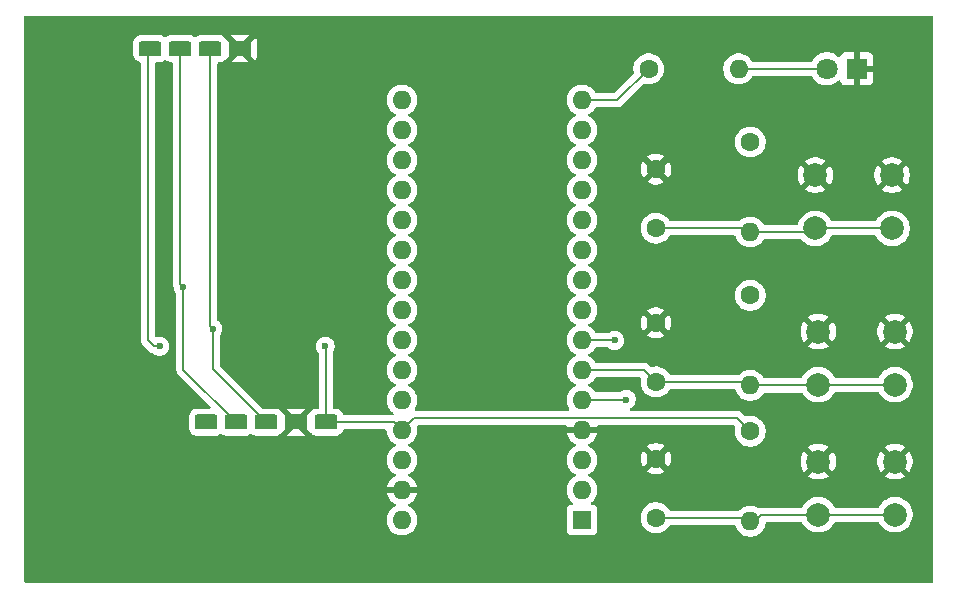
<source format=gbr>
%TF.GenerationSoftware,KiCad,Pcbnew,9.0.1*%
%TF.CreationDate,2025-04-21T23:45:21+05:30*%
%TF.ProjectId,L-1,4c2d312e-6b69-4636-9164-5f7063625858,rev?*%
%TF.SameCoordinates,Original*%
%TF.FileFunction,Copper,L1,Top*%
%TF.FilePolarity,Positive*%
%FSLAX46Y46*%
G04 Gerber Fmt 4.6, Leading zero omitted, Abs format (unit mm)*
G04 Created by KiCad (PCBNEW 9.0.1) date 2025-04-21 23:45:21*
%MOMM*%
%LPD*%
G01*
G04 APERTURE LIST*
G04 Aperture macros list*
%AMRoundRect*
0 Rectangle with rounded corners*
0 $1 Rounding radius*
0 $2 $3 $4 $5 $6 $7 $8 $9 X,Y pos of 4 corners*
0 Add a 4 corners polygon primitive as box body*
4,1,4,$2,$3,$4,$5,$6,$7,$8,$9,$2,$3,0*
0 Add four circle primitives for the rounded corners*
1,1,$1+$1,$2,$3*
1,1,$1+$1,$4,$5*
1,1,$1+$1,$6,$7*
1,1,$1+$1,$8,$9*
0 Add four rect primitives between the rounded corners*
20,1,$1+$1,$2,$3,$4,$5,0*
20,1,$1+$1,$4,$5,$6,$7,0*
20,1,$1+$1,$6,$7,$8,$9,0*
20,1,$1+$1,$8,$9,$2,$3,0*%
G04 Aperture macros list end*
%TA.AperFunction,ComponentPad*%
%ADD10C,1.800000*%
%TD*%
%TA.AperFunction,ComponentPad*%
%ADD11R,1.800000X1.800000*%
%TD*%
%TA.AperFunction,ComponentPad*%
%ADD12C,1.600000*%
%TD*%
%TA.AperFunction,SMDPad,CuDef*%
%ADD13RoundRect,0.190500X-0.762000X-0.444500X0.762000X-0.444500X0.762000X0.444500X-0.762000X0.444500X0*%
%TD*%
%TA.AperFunction,ComponentPad*%
%ADD14C,2.000000*%
%TD*%
%TA.AperFunction,ComponentPad*%
%ADD15O,1.600000X1.600000*%
%TD*%
%TA.AperFunction,ComponentPad*%
%ADD16R,1.600000X1.600000*%
%TD*%
%TA.AperFunction,ViaPad*%
%ADD17C,0.600000*%
%TD*%
%TA.AperFunction,Conductor*%
%ADD18C,0.200000*%
%TD*%
G04 APERTURE END LIST*
D10*
%TO.P,D1,2,A*%
%TO.N,Net-(D1-A)*%
X140460000Y-62000000D03*
D11*
%TO.P,D1,1,K*%
%TO.N,GND*%
X143000000Y-62000000D03*
%TD*%
D12*
%TO.P,C2,2*%
%TO.N,GND*%
X126000000Y-83500000D03*
%TO.P,C2,1*%
%TO.N,Net-(A1-D3)*%
X126000000Y-88500000D03*
%TD*%
D13*
%TO.P,U1,1,VCC*%
%TO.N,+5V*%
X83190000Y-60300000D03*
%TO.P,U1,2,SDA*%
%TO.N,Net-(A1-A4)*%
X85730000Y-60300000D03*
%TO.P,U1,3,SCL*%
%TO.N,Net-(A1-A5)*%
X88270000Y-60300000D03*
%TO.P,U1,4,GND*%
%TO.N,GND*%
X90810000Y-60300000D03*
%TD*%
%TO.P,U2,1,INT*%
%TO.N,unconnected-(U2-INT-Pad1)*%
X87920000Y-91920000D03*
%TO.P,U2,2,SDA*%
%TO.N,Net-(A1-A4)*%
X90460000Y-91920000D03*
%TO.P,U2,3,SCL*%
%TO.N,Net-(A1-A5)*%
X93000000Y-91920000D03*
%TO.P,U2,4,GND*%
%TO.N,GND*%
X95540000Y-91920000D03*
%TO.P,U2,5,VCC*%
%TO.N,+5V*%
X98080000Y-91920000D03*
%TD*%
D14*
%TO.P,SW3,1,1*%
%TO.N,GND*%
X139750000Y-95250000D03*
X146250000Y-95250000D03*
%TO.P,SW3,2,2*%
%TO.N,Net-(A1-D4)*%
X139750000Y-99750000D03*
X146250000Y-99750000D03*
%TD*%
%TO.P,SW2,1,1*%
%TO.N,GND*%
X139750000Y-84250000D03*
X146250000Y-84250000D03*
%TO.P,SW2,2,2*%
%TO.N,Net-(A1-D3)*%
X139750000Y-88750000D03*
X146250000Y-88750000D03*
%TD*%
%TO.P,SW1,1,1*%
%TO.N,GND*%
X139500000Y-71000000D03*
X146000000Y-71000000D03*
%TO.P,SW1,2,2*%
%TO.N,Net-(A1-D2)*%
X139500000Y-75500000D03*
X146000000Y-75500000D03*
%TD*%
D12*
%TO.P,R4,1*%
%TO.N,Net-(A1-D12)*%
X125380000Y-62000000D03*
D15*
%TO.P,R4,2*%
%TO.N,Net-(D1-A)*%
X133000000Y-62000000D03*
%TD*%
D12*
%TO.P,R3,1*%
%TO.N,+5V*%
X134000000Y-92690000D03*
D15*
%TO.P,R3,2*%
%TO.N,Net-(A1-D4)*%
X134000000Y-100310000D03*
%TD*%
D12*
%TO.P,R2,1*%
%TO.N,+5V*%
X134000000Y-81190000D03*
D15*
%TO.P,R2,2*%
%TO.N,Net-(A1-D3)*%
X134000000Y-88810000D03*
%TD*%
D12*
%TO.P,R1,1*%
%TO.N,+5V*%
X134000000Y-68190000D03*
D15*
%TO.P,R1,2*%
%TO.N,Net-(A1-D2)*%
X134000000Y-75810000D03*
%TD*%
D12*
%TO.P,C3,1*%
%TO.N,Net-(A1-D4)*%
X126000000Y-100000000D03*
%TO.P,C3,2*%
%TO.N,GND*%
X126000000Y-95000000D03*
%TD*%
%TO.P,C1,1*%
%TO.N,Net-(A1-D2)*%
X126000000Y-75500000D03*
%TO.P,C1,2*%
%TO.N,GND*%
X126000000Y-70500000D03*
%TD*%
D16*
%TO.P,A1,1,D1/TX*%
%TO.N,unconnected-(A1-D1{slash}TX-Pad1)*%
X119740000Y-100200000D03*
D15*
%TO.P,A1,2,D0/RX*%
%TO.N,unconnected-(A1-D0{slash}RX-Pad2)*%
X119740000Y-97660000D03*
%TO.P,A1,3,~{RESET}*%
%TO.N,unconnected-(A1-~{RESET}-Pad3)*%
X119740000Y-95120000D03*
%TO.P,A1,4,GND*%
%TO.N,GND*%
X119740000Y-92580000D03*
%TO.P,A1,5,D2*%
%TO.N,Net-(A1-D2)*%
X119740000Y-90040000D03*
%TO.P,A1,6,D3*%
%TO.N,Net-(A1-D3)*%
X119740000Y-87500000D03*
%TO.P,A1,7,D4*%
%TO.N,Net-(A1-D4)*%
X119740000Y-84960000D03*
%TO.P,A1,8,D5*%
%TO.N,unconnected-(A1-D5-Pad8)*%
X119740000Y-82420000D03*
%TO.P,A1,9,D6*%
%TO.N,unconnected-(A1-D6-Pad9)*%
X119740000Y-79880000D03*
%TO.P,A1,10,D7*%
%TO.N,unconnected-(A1-D7-Pad10)*%
X119740000Y-77340000D03*
%TO.P,A1,11,D8*%
%TO.N,unconnected-(A1-D8-Pad11)*%
X119740000Y-74800000D03*
%TO.P,A1,12,D9*%
%TO.N,unconnected-(A1-D9-Pad12)*%
X119740000Y-72260000D03*
%TO.P,A1,13,D10*%
%TO.N,unconnected-(A1-D10-Pad13)*%
X119740000Y-69720000D03*
%TO.P,A1,14,D11*%
%TO.N,unconnected-(A1-D11-Pad14)*%
X119740000Y-67180000D03*
%TO.P,A1,15,D12*%
%TO.N,Net-(A1-D12)*%
X119740000Y-64640000D03*
%TO.P,A1,16,D13*%
%TO.N,unconnected-(A1-D13-Pad16)*%
X104500000Y-64640000D03*
%TO.P,A1,17,3V3*%
%TO.N,unconnected-(A1-3V3-Pad17)*%
X104500000Y-67180000D03*
%TO.P,A1,18,AREF*%
%TO.N,unconnected-(A1-AREF-Pad18)*%
X104500000Y-69720000D03*
%TO.P,A1,19,A0*%
%TO.N,unconnected-(A1-A0-Pad19)*%
X104500000Y-72260000D03*
%TO.P,A1,20,A1*%
%TO.N,unconnected-(A1-A1-Pad20)*%
X104500000Y-74800000D03*
%TO.P,A1,21,A2*%
%TO.N,unconnected-(A1-A2-Pad21)*%
X104500000Y-77340000D03*
%TO.P,A1,22,A3*%
%TO.N,unconnected-(A1-A3-Pad22)*%
X104500000Y-79880000D03*
%TO.P,A1,23,A4*%
%TO.N,Net-(A1-A4)*%
X104500000Y-82420000D03*
%TO.P,A1,24,A5*%
%TO.N,Net-(A1-A5)*%
X104500000Y-84960000D03*
%TO.P,A1,25,A6*%
%TO.N,unconnected-(A1-A6-Pad25)*%
X104500000Y-87500000D03*
%TO.P,A1,26,A7*%
%TO.N,unconnected-(A1-A7-Pad26)*%
X104500000Y-90040000D03*
%TO.P,A1,27,+5V*%
%TO.N,+5V*%
X104500000Y-92580000D03*
%TO.P,A1,28,~{RESET}*%
%TO.N,unconnected-(A1-~{RESET}-Pad28)*%
X104500000Y-95120000D03*
%TO.P,A1,29,GND*%
%TO.N,GND*%
X104500000Y-97660000D03*
%TO.P,A1,30,VIN*%
%TO.N,unconnected-(A1-VIN-Pad30)*%
X104500000Y-100200000D03*
%TD*%
D17*
%TO.N,+5V*%
X98000000Y-85500000D03*
X84000000Y-85500000D03*
%TO.N,Net-(A1-A5)*%
X88500000Y-84000000D03*
%TO.N,Net-(A1-A4)*%
X86000000Y-80500000D03*
%TO.N,Net-(A1-D4)*%
X122500000Y-85000000D03*
%TO.N,Net-(A1-D2)*%
X126000000Y-75500000D03*
X123500000Y-90000000D03*
%TD*%
D18*
%TO.N,+5V*%
X103840000Y-91920000D02*
X104500000Y-92580000D01*
X98080000Y-91920000D02*
X103840000Y-91920000D01*
%TO.N,Net-(A1-A5)*%
X88500000Y-87420000D02*
X93000000Y-91920000D01*
X88500000Y-84000000D02*
X88500000Y-87420000D01*
%TO.N,Net-(A1-A4)*%
X86000000Y-87460000D02*
X90460000Y-91920000D01*
X86000000Y-80500000D02*
X86000000Y-87460000D01*
%TO.N,+5V*%
X83500000Y-85500000D02*
X84000000Y-85500000D01*
X83000000Y-60490000D02*
X83190000Y-60300000D01*
X83000000Y-85000000D02*
X83000000Y-60490000D01*
X83500000Y-85500000D02*
X83000000Y-85000000D01*
X98080000Y-85580000D02*
X98000000Y-85500000D01*
X98080000Y-91920000D02*
X98080000Y-85580000D01*
%TO.N,Net-(A1-A5)*%
X88270000Y-83770000D02*
X88500000Y-84000000D01*
X88270000Y-60300000D02*
X88270000Y-83770000D01*
%TO.N,Net-(A1-A4)*%
X85730000Y-80230000D02*
X86000000Y-80500000D01*
X85730000Y-60300000D02*
X85730000Y-80230000D01*
%TO.N,Net-(A1-D4)*%
X122460000Y-84960000D02*
X122500000Y-85000000D01*
X119740000Y-84960000D02*
X122460000Y-84960000D01*
%TO.N,Net-(A1-D2)*%
X119780000Y-90000000D02*
X123500000Y-90000000D01*
X119740000Y-90040000D02*
X119780000Y-90000000D01*
%TO.N,Net-(A1-D3)*%
X125000000Y-87500000D02*
X126000000Y-88500000D01*
X119740000Y-87500000D02*
X125000000Y-87500000D01*
%TO.N,+5V*%
X105528000Y-91552000D02*
X104500000Y-92580000D01*
X132862000Y-91552000D02*
X105528000Y-91552000D01*
X134000000Y-92690000D02*
X132862000Y-91552000D01*
%TO.N,Net-(A1-D2)*%
X126000000Y-75500000D02*
X126000000Y-75000000D01*
%TO.N,Net-(A1-D4)*%
X139750000Y-99750000D02*
X146250000Y-99750000D01*
X134310000Y-100310000D02*
X134870000Y-99750000D01*
X134000000Y-100310000D02*
X134310000Y-100310000D01*
X134870000Y-99750000D02*
X139750000Y-99750000D01*
X133690000Y-100000000D02*
X134000000Y-100310000D01*
X126000000Y-100000000D02*
X133690000Y-100000000D01*
%TO.N,Net-(A1-D3)*%
X139750000Y-88750000D02*
X146250000Y-88750000D01*
X139690000Y-88810000D02*
X139750000Y-88750000D01*
X134000000Y-88810000D02*
X139690000Y-88810000D01*
X126000000Y-88500000D02*
X133690000Y-88500000D01*
X133690000Y-88500000D02*
X134000000Y-88810000D01*
%TO.N,Net-(A1-D2)*%
X139500000Y-75500000D02*
X146000000Y-75500000D01*
X139190000Y-75810000D02*
X139500000Y-75500000D01*
X134000000Y-75810000D02*
X139190000Y-75810000D01*
X133690000Y-75500000D02*
X134000000Y-75810000D01*
X126000000Y-75500000D02*
X133690000Y-75500000D01*
%TO.N,Net-(D1-A)*%
X133000000Y-62000000D02*
X140460000Y-62000000D01*
%TO.N,Net-(A1-D12)*%
X122740000Y-64640000D02*
X125380000Y-62000000D01*
X119740000Y-64640000D02*
X122740000Y-64640000D01*
%TD*%
%TA.AperFunction,Conductor*%
%TO.N,GND*%
G36*
X149442539Y-57520185D02*
G01*
X149488294Y-57572989D01*
X149499500Y-57624500D01*
X149499500Y-105375500D01*
X149479815Y-105442539D01*
X149427011Y-105488294D01*
X149375500Y-105499500D01*
X72624500Y-105499500D01*
X72557461Y-105479815D01*
X72511706Y-105427011D01*
X72500500Y-105375500D01*
X72500500Y-59799655D01*
X81737000Y-59799655D01*
X81737000Y-60800354D01*
X81743325Y-60869966D01*
X81743328Y-60869977D01*
X81793247Y-61030175D01*
X81793249Y-61030179D01*
X81880056Y-61173777D01*
X81880060Y-61173782D01*
X81998717Y-61292439D01*
X81998722Y-61292443D01*
X82119315Y-61365343D01*
X82142322Y-61379251D01*
X82302529Y-61429173D01*
X82302533Y-61429173D01*
X82308793Y-61431124D01*
X82308190Y-61433056D01*
X82361591Y-61460981D01*
X82396173Y-61521693D01*
X82399500Y-61550225D01*
X82399500Y-84913330D01*
X82399499Y-84913348D01*
X82399499Y-85079054D01*
X82399498Y-85079054D01*
X82440423Y-85231787D01*
X82440424Y-85231788D01*
X82451997Y-85251832D01*
X82451999Y-85251835D01*
X82519477Y-85368712D01*
X82519479Y-85368715D01*
X82519480Y-85368716D01*
X82631284Y-85480520D01*
X82631285Y-85480521D01*
X83131284Y-85980520D01*
X83131286Y-85980521D01*
X83131290Y-85980524D01*
X83268209Y-86059573D01*
X83268216Y-86059577D01*
X83420943Y-86100501D01*
X83420945Y-86100501D01*
X83429002Y-86101562D01*
X83428810Y-86103018D01*
X83487275Y-86120186D01*
X83489127Y-86121399D01*
X83620814Y-86209390D01*
X83620827Y-86209397D01*
X83766498Y-86269735D01*
X83766503Y-86269737D01*
X83880995Y-86292511D01*
X83921153Y-86300499D01*
X83921156Y-86300500D01*
X83921158Y-86300500D01*
X84078844Y-86300500D01*
X84078845Y-86300499D01*
X84233497Y-86269737D01*
X84379179Y-86209394D01*
X84510289Y-86121789D01*
X84621789Y-86010289D01*
X84709394Y-85879179D01*
X84769737Y-85733497D01*
X84800500Y-85578842D01*
X84800500Y-85421158D01*
X84800500Y-85421155D01*
X84800499Y-85421153D01*
X84792150Y-85379179D01*
X84769737Y-85266503D01*
X84755357Y-85231787D01*
X84709397Y-85120827D01*
X84709390Y-85120814D01*
X84621789Y-84989711D01*
X84621786Y-84989707D01*
X84510292Y-84878213D01*
X84510288Y-84878210D01*
X84379185Y-84790609D01*
X84379172Y-84790602D01*
X84233501Y-84730264D01*
X84233489Y-84730261D01*
X84078845Y-84699500D01*
X84078842Y-84699500D01*
X83921158Y-84699500D01*
X83921155Y-84699500D01*
X83766511Y-84730260D01*
X83760680Y-84732030D01*
X83759858Y-84729322D01*
X83702399Y-84735460D01*
X83639942Y-84704142D01*
X83604331Y-84644028D01*
X83600500Y-84613445D01*
X83600500Y-61559499D01*
X83620185Y-61492460D01*
X83672989Y-61446705D01*
X83724500Y-61435499D01*
X84007853Y-61435499D01*
X84077466Y-61429174D01*
X84077469Y-61429173D01*
X84077471Y-61429173D01*
X84184275Y-61395891D01*
X84237675Y-61379252D01*
X84237675Y-61379251D01*
X84237678Y-61379251D01*
X84381283Y-61292439D01*
X84381289Y-61292432D01*
X84383516Y-61290689D01*
X84385461Y-61289913D01*
X84387703Y-61288559D01*
X84387928Y-61288931D01*
X84448425Y-61264832D01*
X84517010Y-61278173D01*
X84536484Y-61290689D01*
X84538713Y-61292435D01*
X84538717Y-61292439D01*
X84538720Y-61292441D01*
X84538723Y-61292443D01*
X84634453Y-61350313D01*
X84682322Y-61379251D01*
X84842529Y-61429173D01*
X84912153Y-61435500D01*
X85005500Y-61435499D01*
X85072538Y-61455183D01*
X85118294Y-61507986D01*
X85129500Y-61559499D01*
X85129500Y-80143330D01*
X85129499Y-80143348D01*
X85129499Y-80309054D01*
X85129498Y-80309054D01*
X85159536Y-80421158D01*
X85170423Y-80461785D01*
X85182886Y-80483372D01*
X85199500Y-80545372D01*
X85199500Y-80578846D01*
X85230261Y-80733489D01*
X85230264Y-80733501D01*
X85290602Y-80879172D01*
X85290609Y-80879185D01*
X85378602Y-81010874D01*
X85399480Y-81077551D01*
X85399500Y-81079765D01*
X85399500Y-87373330D01*
X85399499Y-87373348D01*
X85399499Y-87539054D01*
X85399498Y-87539054D01*
X85417299Y-87605485D01*
X85440423Y-87691785D01*
X85463517Y-87731784D01*
X85496386Y-87788715D01*
X85519479Y-87828715D01*
X85638349Y-87947585D01*
X85638355Y-87947590D01*
X88263584Y-90572819D01*
X88297069Y-90634142D01*
X88292085Y-90703834D01*
X88250213Y-90759767D01*
X88184749Y-90784184D01*
X88175903Y-90784500D01*
X87102145Y-90784500D01*
X87032533Y-90790825D01*
X87032522Y-90790828D01*
X86872324Y-90840747D01*
X86872320Y-90840749D01*
X86728722Y-90927556D01*
X86728717Y-90927560D01*
X86610060Y-91046217D01*
X86610056Y-91046222D01*
X86523250Y-91189819D01*
X86473326Y-91350032D01*
X86467000Y-91419655D01*
X86467000Y-92420354D01*
X86473325Y-92489966D01*
X86473328Y-92489977D01*
X86523247Y-92650175D01*
X86523249Y-92650179D01*
X86610056Y-92793777D01*
X86610060Y-92793782D01*
X86728717Y-92912439D01*
X86728722Y-92912443D01*
X86840641Y-92980099D01*
X86872322Y-92999251D01*
X87032529Y-93049173D01*
X87102153Y-93055500D01*
X88737846Y-93055499D01*
X88737853Y-93055499D01*
X88807466Y-93049174D01*
X88807469Y-93049173D01*
X88807471Y-93049173D01*
X88967678Y-92999251D01*
X89111283Y-92912439D01*
X89111289Y-92912432D01*
X89113516Y-92910689D01*
X89115461Y-92909913D01*
X89117703Y-92908559D01*
X89117928Y-92908931D01*
X89178425Y-92884832D01*
X89247010Y-92898173D01*
X89266484Y-92910689D01*
X89268713Y-92912435D01*
X89268717Y-92912439D01*
X89268720Y-92912441D01*
X89268723Y-92912443D01*
X89364453Y-92970313D01*
X89412322Y-92999251D01*
X89572529Y-93049173D01*
X89642153Y-93055500D01*
X91277846Y-93055499D01*
X91277853Y-93055499D01*
X91347466Y-93049174D01*
X91347469Y-93049173D01*
X91347471Y-93049173D01*
X91507678Y-92999251D01*
X91651283Y-92912439D01*
X91651289Y-92912432D01*
X91653516Y-92910689D01*
X91655461Y-92909913D01*
X91657703Y-92908559D01*
X91657928Y-92908931D01*
X91718425Y-92884832D01*
X91787010Y-92898173D01*
X91806484Y-92910689D01*
X91808713Y-92912435D01*
X91808717Y-92912439D01*
X91808720Y-92912441D01*
X91808723Y-92912443D01*
X91904453Y-92970313D01*
X91952322Y-92999251D01*
X92112529Y-93049173D01*
X92182153Y-93055500D01*
X93817846Y-93055499D01*
X93817853Y-93055499D01*
X93823367Y-93054998D01*
X94758551Y-93054998D01*
X94758552Y-93054999D01*
X96321447Y-93054999D01*
X96321447Y-93054998D01*
X95540000Y-92273552D01*
X94758551Y-93054998D01*
X93823367Y-93054998D01*
X93887466Y-93049174D01*
X93887469Y-93049173D01*
X93887471Y-93049173D01*
X94047678Y-92999251D01*
X94191283Y-92912439D01*
X94235683Y-92868038D01*
X94238882Y-92865251D01*
X94243170Y-92863277D01*
X95186448Y-91920000D01*
X95893552Y-91920000D01*
X96833288Y-92859736D01*
X96847328Y-92871050D01*
X96888717Y-92912439D01*
X96888722Y-92912443D01*
X97000641Y-92980099D01*
X97032322Y-92999251D01*
X97192529Y-93049173D01*
X97262153Y-93055500D01*
X98897846Y-93055499D01*
X98897853Y-93055499D01*
X98967466Y-93049174D01*
X98967469Y-93049173D01*
X98967471Y-93049173D01*
X99127678Y-92999251D01*
X99201589Y-92954570D01*
X99271277Y-92912443D01*
X99271278Y-92912441D01*
X99271283Y-92912439D01*
X99389939Y-92793783D01*
X99476751Y-92650178D01*
X99490016Y-92607608D01*
X99528753Y-92549462D01*
X99592778Y-92521488D01*
X99608401Y-92520500D01*
X103075500Y-92520500D01*
X103142539Y-92540185D01*
X103188294Y-92592989D01*
X103199500Y-92644500D01*
X103199500Y-92682351D01*
X103231522Y-92884534D01*
X103294781Y-93079223D01*
X103387715Y-93261613D01*
X103508028Y-93427213D01*
X103652786Y-93571971D01*
X103804184Y-93681966D01*
X103818390Y-93692287D01*
X103896349Y-93732009D01*
X103911080Y-93739515D01*
X103961876Y-93787490D01*
X103978671Y-93855311D01*
X103956134Y-93921446D01*
X103911080Y-93960485D01*
X103818386Y-94007715D01*
X103652786Y-94128028D01*
X103508028Y-94272786D01*
X103387715Y-94438386D01*
X103294781Y-94620776D01*
X103231522Y-94815465D01*
X103199500Y-95017648D01*
X103199500Y-95222351D01*
X103231522Y-95424534D01*
X103294781Y-95619223D01*
X103349147Y-95725921D01*
X103387712Y-95801609D01*
X103387715Y-95801613D01*
X103508028Y-95967213D01*
X103652786Y-96111971D01*
X103780495Y-96204755D01*
X103818390Y-96232287D01*
X103888461Y-96267990D01*
X103911629Y-96279795D01*
X103962425Y-96327770D01*
X103979220Y-96395591D01*
X103956682Y-96461726D01*
X103911629Y-96500765D01*
X103818650Y-96548140D01*
X103653105Y-96668417D01*
X103653104Y-96668417D01*
X103508417Y-96813104D01*
X103508417Y-96813105D01*
X103388140Y-96978650D01*
X103295244Y-97160970D01*
X103232009Y-97355586D01*
X103223391Y-97410000D01*
X104066988Y-97410000D01*
X104034075Y-97467007D01*
X104000000Y-97594174D01*
X104000000Y-97725826D01*
X104034075Y-97852993D01*
X104066988Y-97910000D01*
X103223391Y-97910000D01*
X103232009Y-97964413D01*
X103295244Y-98159029D01*
X103388140Y-98341349D01*
X103508417Y-98506894D01*
X103508417Y-98506895D01*
X103653104Y-98651582D01*
X103818652Y-98771861D01*
X103911628Y-98819234D01*
X103962425Y-98867208D01*
X103979220Y-98935029D01*
X103956683Y-99001164D01*
X103911630Y-99040203D01*
X103818388Y-99087713D01*
X103652786Y-99208028D01*
X103508028Y-99352786D01*
X103387715Y-99518386D01*
X103294781Y-99700776D01*
X103231522Y-99895465D01*
X103199500Y-100097648D01*
X103199500Y-100302351D01*
X103231522Y-100504534D01*
X103294781Y-100699223D01*
X103387715Y-100881613D01*
X103508028Y-101047213D01*
X103652786Y-101191971D01*
X103758090Y-101268477D01*
X103818390Y-101312287D01*
X103907212Y-101357544D01*
X104000776Y-101405218D01*
X104000778Y-101405218D01*
X104000781Y-101405220D01*
X104053299Y-101422284D01*
X104195465Y-101468477D01*
X104296557Y-101484488D01*
X104397648Y-101500500D01*
X104397649Y-101500500D01*
X104602351Y-101500500D01*
X104602352Y-101500500D01*
X104804534Y-101468477D01*
X104999219Y-101405220D01*
X105181610Y-101312287D01*
X105317507Y-101213553D01*
X105347213Y-101191971D01*
X105347215Y-101191968D01*
X105347219Y-101191966D01*
X105491966Y-101047219D01*
X105491968Y-101047215D01*
X105491971Y-101047213D01*
X105544732Y-100974590D01*
X105612287Y-100881610D01*
X105705220Y-100699219D01*
X105768477Y-100504534D01*
X105800500Y-100302352D01*
X105800500Y-100097648D01*
X105768477Y-99895466D01*
X105705220Y-99700781D01*
X105705218Y-99700778D01*
X105705218Y-99700776D01*
X105670124Y-99631902D01*
X105612287Y-99518390D01*
X105599490Y-99500776D01*
X105491971Y-99352786D01*
X105347213Y-99208028D01*
X105181611Y-99087713D01*
X105088369Y-99040203D01*
X105037574Y-98992229D01*
X105020779Y-98924407D01*
X105043317Y-98858273D01*
X105088371Y-98819234D01*
X105181347Y-98771861D01*
X105346894Y-98651582D01*
X105346895Y-98651582D01*
X105491582Y-98506895D01*
X105491582Y-98506894D01*
X105611859Y-98341349D01*
X105704755Y-98159029D01*
X105767990Y-97964413D01*
X105776609Y-97910000D01*
X104933012Y-97910000D01*
X104965925Y-97852993D01*
X105000000Y-97725826D01*
X105000000Y-97594174D01*
X104965925Y-97467007D01*
X104933012Y-97410000D01*
X105776609Y-97410000D01*
X105767990Y-97355586D01*
X105704755Y-97160970D01*
X105611859Y-96978650D01*
X105491582Y-96813105D01*
X105491582Y-96813104D01*
X105346895Y-96668417D01*
X105181349Y-96548140D01*
X105088370Y-96500765D01*
X105037574Y-96452790D01*
X105020779Y-96384969D01*
X105043316Y-96318835D01*
X105088370Y-96279795D01*
X105088920Y-96279515D01*
X105181610Y-96232287D01*
X105219505Y-96204755D01*
X105347213Y-96111971D01*
X105347215Y-96111968D01*
X105347219Y-96111966D01*
X105491966Y-95967219D01*
X105491968Y-95967215D01*
X105491971Y-95967213D01*
X105544732Y-95894590D01*
X105612287Y-95801610D01*
X105705220Y-95619219D01*
X105768477Y-95424534D01*
X105800500Y-95222352D01*
X105800500Y-95017648D01*
X105783801Y-94912214D01*
X105768477Y-94815465D01*
X105713559Y-94646446D01*
X105705220Y-94620781D01*
X105705218Y-94620778D01*
X105705218Y-94620776D01*
X105625248Y-94463828D01*
X105612287Y-94438390D01*
X105570514Y-94380894D01*
X105491971Y-94272786D01*
X105347213Y-94128028D01*
X105181614Y-94007715D01*
X105175006Y-94004348D01*
X105088917Y-93960483D01*
X105038123Y-93912511D01*
X105021328Y-93844690D01*
X105043865Y-93778555D01*
X105088917Y-93739516D01*
X105181610Y-93692287D01*
X105202770Y-93676913D01*
X105347213Y-93571971D01*
X105347215Y-93571968D01*
X105347219Y-93571966D01*
X105491966Y-93427219D01*
X105491968Y-93427215D01*
X105491971Y-93427213D01*
X105544732Y-93354590D01*
X105612287Y-93261610D01*
X105705220Y-93079219D01*
X105768477Y-92884534D01*
X105800500Y-92682352D01*
X105800500Y-92477648D01*
X105771713Y-92295897D01*
X105780667Y-92226605D01*
X105825664Y-92173153D01*
X105892415Y-92152513D01*
X105894186Y-92152500D01*
X118346319Y-92152500D01*
X118413358Y-92172185D01*
X118459113Y-92224989D01*
X118469057Y-92294147D01*
X118468792Y-92295898D01*
X118463391Y-92330000D01*
X119306988Y-92330000D01*
X119274075Y-92387007D01*
X119240000Y-92514174D01*
X119240000Y-92645826D01*
X119274075Y-92772993D01*
X119306988Y-92830000D01*
X118463391Y-92830000D01*
X118472009Y-92884413D01*
X118535244Y-93079029D01*
X118628140Y-93261349D01*
X118748417Y-93426894D01*
X118748417Y-93426895D01*
X118893104Y-93571582D01*
X119058652Y-93691861D01*
X119151628Y-93739234D01*
X119202425Y-93787208D01*
X119219220Y-93855029D01*
X119196683Y-93921164D01*
X119151630Y-93960203D01*
X119058388Y-94007713D01*
X118892786Y-94128028D01*
X118748028Y-94272786D01*
X118627715Y-94438386D01*
X118534781Y-94620776D01*
X118471522Y-94815465D01*
X118439500Y-95017648D01*
X118439500Y-95222351D01*
X118471522Y-95424534D01*
X118534781Y-95619223D01*
X118589147Y-95725921D01*
X118627712Y-95801609D01*
X118627715Y-95801613D01*
X118748028Y-95967213D01*
X118892786Y-96111971D01*
X119020495Y-96204755D01*
X119058390Y-96232287D01*
X119128461Y-96267990D01*
X119151080Y-96279515D01*
X119201876Y-96327490D01*
X119218671Y-96395311D01*
X119196134Y-96461446D01*
X119151080Y-96500485D01*
X119058386Y-96547715D01*
X118892786Y-96668028D01*
X118748028Y-96812786D01*
X118627715Y-96978386D01*
X118534781Y-97160776D01*
X118471522Y-97355465D01*
X118439500Y-97557648D01*
X118439500Y-97762351D01*
X118471522Y-97964534D01*
X118534781Y-98159223D01*
X118598691Y-98284653D01*
X118599605Y-98286446D01*
X118627715Y-98341613D01*
X118748028Y-98507213D01*
X118892784Y-98651969D01*
X118929068Y-98678330D01*
X118971735Y-98733659D01*
X118977715Y-98803273D01*
X118945109Y-98865068D01*
X118884271Y-98899426D01*
X118869440Y-98901938D01*
X118832519Y-98905907D01*
X118697671Y-98956202D01*
X118697664Y-98956206D01*
X118582455Y-99042452D01*
X118582452Y-99042455D01*
X118496206Y-99157664D01*
X118496202Y-99157671D01*
X118445908Y-99292517D01*
X118443127Y-99318390D01*
X118439501Y-99352123D01*
X118439500Y-99352135D01*
X118439500Y-101047870D01*
X118439501Y-101047876D01*
X118445908Y-101107483D01*
X118496202Y-101242328D01*
X118496206Y-101242335D01*
X118582452Y-101357544D01*
X118582455Y-101357547D01*
X118697664Y-101443793D01*
X118697671Y-101443797D01*
X118832517Y-101494091D01*
X118832516Y-101494091D01*
X118839444Y-101494835D01*
X118892127Y-101500500D01*
X120587872Y-101500499D01*
X120647483Y-101494091D01*
X120782331Y-101443796D01*
X120897546Y-101357546D01*
X120983796Y-101242331D01*
X121034091Y-101107483D01*
X121040500Y-101047873D01*
X121040499Y-99897648D01*
X124699500Y-99897648D01*
X124699500Y-100102351D01*
X124731522Y-100304534D01*
X124794781Y-100499223D01*
X124846385Y-100600500D01*
X124883320Y-100672989D01*
X124887715Y-100681613D01*
X125008028Y-100847213D01*
X125152786Y-100991971D01*
X125307749Y-101104556D01*
X125318390Y-101112287D01*
X125406574Y-101157219D01*
X125500776Y-101205218D01*
X125500778Y-101205218D01*
X125500781Y-101205220D01*
X125605137Y-101239127D01*
X125695465Y-101268477D01*
X125796557Y-101284488D01*
X125897648Y-101300500D01*
X125897649Y-101300500D01*
X126102351Y-101300500D01*
X126102352Y-101300500D01*
X126304534Y-101268477D01*
X126499219Y-101205220D01*
X126681610Y-101112287D01*
X126790268Y-101033343D01*
X126847213Y-100991971D01*
X126847215Y-100991968D01*
X126847219Y-100991966D01*
X126991966Y-100847219D01*
X126991968Y-100847215D01*
X126991971Y-100847213D01*
X127096913Y-100702770D01*
X127112287Y-100681610D01*
X127119117Y-100668204D01*
X127167091Y-100617409D01*
X127229602Y-100600500D01*
X132636872Y-100600500D01*
X132703911Y-100620185D01*
X132749666Y-100672989D01*
X132754802Y-100686179D01*
X132768231Y-100727511D01*
X132794781Y-100809221D01*
X132887715Y-100991613D01*
X133008028Y-101157213D01*
X133152786Y-101301971D01*
X133294896Y-101405218D01*
X133318390Y-101422287D01*
X133409043Y-101468477D01*
X133500776Y-101515218D01*
X133500778Y-101515218D01*
X133500781Y-101515220D01*
X133605137Y-101549127D01*
X133695465Y-101578477D01*
X133796557Y-101594488D01*
X133897648Y-101610500D01*
X133897649Y-101610500D01*
X134102351Y-101610500D01*
X134102352Y-101610500D01*
X134304534Y-101578477D01*
X134499219Y-101515220D01*
X134681610Y-101422287D01*
X134774590Y-101354732D01*
X134847213Y-101301971D01*
X134847215Y-101301968D01*
X134847219Y-101301966D01*
X134991966Y-101157219D01*
X134991968Y-101157215D01*
X134991971Y-101157213D01*
X135044732Y-101084590D01*
X135112287Y-100991610D01*
X135205220Y-100809219D01*
X135268477Y-100614534D01*
X135293729Y-100455102D01*
X135323658Y-100391967D01*
X135382970Y-100355036D01*
X135416202Y-100350500D01*
X138295932Y-100350500D01*
X138362971Y-100370185D01*
X138406416Y-100418203D01*
X138466657Y-100536433D01*
X138605483Y-100727510D01*
X138772490Y-100894517D01*
X138963567Y-101033343D01*
X139062991Y-101084002D01*
X139174003Y-101140566D01*
X139174005Y-101140566D01*
X139174008Y-101140568D01*
X139294412Y-101179689D01*
X139398631Y-101213553D01*
X139631903Y-101250500D01*
X139631908Y-101250500D01*
X139868097Y-101250500D01*
X140101368Y-101213553D01*
X140167790Y-101191971D01*
X140325992Y-101140568D01*
X140536433Y-101033343D01*
X140727510Y-100894517D01*
X140894517Y-100727510D01*
X141033343Y-100536433D01*
X141093583Y-100418204D01*
X141141558Y-100367409D01*
X141204068Y-100350500D01*
X144795932Y-100350500D01*
X144862971Y-100370185D01*
X144906416Y-100418203D01*
X144966657Y-100536433D01*
X145105483Y-100727510D01*
X145272490Y-100894517D01*
X145463567Y-101033343D01*
X145562991Y-101084002D01*
X145674003Y-101140566D01*
X145674005Y-101140566D01*
X145674008Y-101140568D01*
X145794412Y-101179689D01*
X145898631Y-101213553D01*
X146131903Y-101250500D01*
X146131908Y-101250500D01*
X146368097Y-101250500D01*
X146601368Y-101213553D01*
X146667790Y-101191971D01*
X146825992Y-101140568D01*
X147036433Y-101033343D01*
X147227510Y-100894517D01*
X147394517Y-100727510D01*
X147533343Y-100536433D01*
X147640568Y-100325992D01*
X147713553Y-100101368D01*
X147714142Y-100097648D01*
X147750500Y-99868097D01*
X147750500Y-99631902D01*
X147713553Y-99398631D01*
X147679074Y-99292516D01*
X147640568Y-99174008D01*
X147640566Y-99174005D01*
X147640566Y-99174003D01*
X147573537Y-99042452D01*
X147533343Y-98963567D01*
X147394517Y-98772490D01*
X147227510Y-98605483D01*
X147036433Y-98466657D01*
X146825996Y-98359433D01*
X146601368Y-98286446D01*
X146368097Y-98249500D01*
X146368092Y-98249500D01*
X146131908Y-98249500D01*
X146131903Y-98249500D01*
X145898631Y-98286446D01*
X145674003Y-98359433D01*
X145463566Y-98466657D01*
X145407738Y-98507219D01*
X145272490Y-98605483D01*
X145272488Y-98605485D01*
X145272487Y-98605485D01*
X145105485Y-98772487D01*
X145105485Y-98772488D01*
X145105483Y-98772490D01*
X145045862Y-98854550D01*
X144966657Y-98963566D01*
X144952053Y-98992229D01*
X144926462Y-99042455D01*
X144906417Y-99081795D01*
X144858442Y-99132591D01*
X144795932Y-99149500D01*
X141204068Y-99149500D01*
X141137029Y-99129815D01*
X141093583Y-99081795D01*
X141033343Y-98963567D01*
X140894517Y-98772490D01*
X140727510Y-98605483D01*
X140536433Y-98466657D01*
X140325996Y-98359433D01*
X140101368Y-98286446D01*
X139868097Y-98249500D01*
X139868092Y-98249500D01*
X139631908Y-98249500D01*
X139631903Y-98249500D01*
X139398631Y-98286446D01*
X139174003Y-98359433D01*
X138963566Y-98466657D01*
X138907738Y-98507219D01*
X138772490Y-98605483D01*
X138772488Y-98605485D01*
X138772487Y-98605485D01*
X138605485Y-98772487D01*
X138605485Y-98772488D01*
X138605483Y-98772490D01*
X138545862Y-98854550D01*
X138466657Y-98963566D01*
X138452053Y-98992229D01*
X138426462Y-99042455D01*
X138406417Y-99081795D01*
X138358442Y-99132591D01*
X138295932Y-99149500D01*
X134956670Y-99149500D01*
X134956654Y-99149499D01*
X134949058Y-99149499D01*
X134790943Y-99149499D01*
X134703254Y-99172995D01*
X134633404Y-99171332D01*
X134614866Y-99163705D01*
X134499223Y-99104781D01*
X134304534Y-99041522D01*
X134129995Y-99013878D01*
X134102352Y-99009500D01*
X133897648Y-99009500D01*
X133873329Y-99013351D01*
X133695465Y-99041522D01*
X133500776Y-99104781D01*
X133318386Y-99197715D01*
X133152786Y-99318028D01*
X133152782Y-99318032D01*
X133107634Y-99363181D01*
X133046311Y-99396666D01*
X133019953Y-99399500D01*
X127229602Y-99399500D01*
X127162563Y-99379815D01*
X127119117Y-99331795D01*
X127112284Y-99318385D01*
X126991971Y-99152786D01*
X126847213Y-99008028D01*
X126681613Y-98887715D01*
X126681612Y-98887714D01*
X126681610Y-98887713D01*
X126623831Y-98858273D01*
X126499223Y-98794781D01*
X126304534Y-98731522D01*
X126129995Y-98703878D01*
X126102352Y-98699500D01*
X125897648Y-98699500D01*
X125873329Y-98703351D01*
X125695465Y-98731522D01*
X125500776Y-98794781D01*
X125318386Y-98887715D01*
X125152786Y-99008028D01*
X125008028Y-99152786D01*
X124887715Y-99318386D01*
X124794781Y-99500776D01*
X124731522Y-99695465D01*
X124699500Y-99897648D01*
X121040499Y-99897648D01*
X121040499Y-99352128D01*
X121034091Y-99292517D01*
X120998731Y-99197713D01*
X120983797Y-99157671D01*
X120983793Y-99157664D01*
X120897547Y-99042455D01*
X120897544Y-99042452D01*
X120782335Y-98956206D01*
X120782328Y-98956202D01*
X120647482Y-98905908D01*
X120647483Y-98905908D01*
X120610560Y-98901939D01*
X120546009Y-98875201D01*
X120506160Y-98817809D01*
X120503667Y-98747984D01*
X120539319Y-98687895D01*
X120550930Y-98678331D01*
X120587219Y-98651966D01*
X120731966Y-98507219D01*
X120731968Y-98507215D01*
X120731971Y-98507213D01*
X120784732Y-98434590D01*
X120852287Y-98341610D01*
X120945220Y-98159219D01*
X121008477Y-97964534D01*
X121040500Y-97762352D01*
X121040500Y-97557648D01*
X121026144Y-97467007D01*
X121008477Y-97355465D01*
X120945218Y-97160776D01*
X120852419Y-96978650D01*
X120852287Y-96978390D01*
X120844556Y-96967749D01*
X120731971Y-96812786D01*
X120587213Y-96668028D01*
X120421614Y-96547715D01*
X120398394Y-96535884D01*
X120398394Y-96535883D01*
X120328920Y-96500485D01*
X120278123Y-96452511D01*
X120261328Y-96384690D01*
X120283865Y-96318555D01*
X120328917Y-96279516D01*
X120421610Y-96232287D01*
X120459505Y-96204755D01*
X120587213Y-96111971D01*
X120587215Y-96111968D01*
X120587219Y-96111966D01*
X120731966Y-95967219D01*
X120852287Y-95801610D01*
X120945220Y-95619219D01*
X121008477Y-95424534D01*
X121040500Y-95222352D01*
X121040500Y-95017648D01*
X121021668Y-94898752D01*
X121021499Y-94897682D01*
X124700000Y-94897682D01*
X124700000Y-95102317D01*
X124732009Y-95304417D01*
X124795244Y-95499031D01*
X124888141Y-95681350D01*
X124888147Y-95681359D01*
X124920523Y-95725921D01*
X124920524Y-95725922D01*
X125600000Y-95046446D01*
X125600000Y-95052661D01*
X125627259Y-95154394D01*
X125679920Y-95245606D01*
X125754394Y-95320080D01*
X125845606Y-95372741D01*
X125947339Y-95400000D01*
X125953553Y-95400000D01*
X125274076Y-96079474D01*
X125318650Y-96111859D01*
X125500968Y-96204755D01*
X125695582Y-96267990D01*
X125897683Y-96300000D01*
X126102317Y-96300000D01*
X126304417Y-96267990D01*
X126499031Y-96204755D01*
X126681349Y-96111859D01*
X126725921Y-96079474D01*
X126046447Y-95400000D01*
X126052661Y-95400000D01*
X126154394Y-95372741D01*
X126245606Y-95320080D01*
X126320080Y-95245606D01*
X126372741Y-95154394D01*
X126400000Y-95052661D01*
X126400000Y-95046448D01*
X127079474Y-95725922D01*
X127079474Y-95725921D01*
X127111859Y-95681349D01*
X127204755Y-95499031D01*
X127267990Y-95304417D01*
X127295307Y-95131947D01*
X138250000Y-95131947D01*
X138250000Y-95368052D01*
X138286934Y-95601247D01*
X138359897Y-95825802D01*
X138467087Y-96036174D01*
X138527338Y-96119104D01*
X138527340Y-96119105D01*
X139226212Y-95420233D01*
X139237482Y-95462292D01*
X139309890Y-95587708D01*
X139412292Y-95690110D01*
X139537708Y-95762518D01*
X139579765Y-95773787D01*
X138880893Y-96472658D01*
X138963828Y-96532914D01*
X139174197Y-96640102D01*
X139398752Y-96713065D01*
X139398751Y-96713065D01*
X139631948Y-96750000D01*
X139868052Y-96750000D01*
X140101247Y-96713065D01*
X140325802Y-96640102D01*
X140536163Y-96532918D01*
X140536169Y-96532914D01*
X140619104Y-96472658D01*
X140619105Y-96472658D01*
X139920233Y-95773787D01*
X139962292Y-95762518D01*
X140087708Y-95690110D01*
X140190110Y-95587708D01*
X140262518Y-95462292D01*
X140273787Y-95420234D01*
X140972658Y-96119105D01*
X140972658Y-96119104D01*
X141032914Y-96036169D01*
X141032918Y-96036163D01*
X141140102Y-95825802D01*
X141213065Y-95601247D01*
X141250000Y-95368052D01*
X141250000Y-95131947D01*
X144750000Y-95131947D01*
X144750000Y-95368052D01*
X144786934Y-95601247D01*
X144859897Y-95825802D01*
X144967087Y-96036174D01*
X145027338Y-96119104D01*
X145027340Y-96119105D01*
X145726212Y-95420233D01*
X145737482Y-95462292D01*
X145809890Y-95587708D01*
X145912292Y-95690110D01*
X146037708Y-95762518D01*
X146079765Y-95773787D01*
X145380893Y-96472658D01*
X145463828Y-96532914D01*
X145674197Y-96640102D01*
X145898752Y-96713065D01*
X145898751Y-96713065D01*
X146131948Y-96750000D01*
X146368052Y-96750000D01*
X146601247Y-96713065D01*
X146825802Y-96640102D01*
X147036163Y-96532918D01*
X147036169Y-96532914D01*
X147119104Y-96472658D01*
X147119105Y-96472658D01*
X146420233Y-95773787D01*
X146462292Y-95762518D01*
X146587708Y-95690110D01*
X146690110Y-95587708D01*
X146762518Y-95462292D01*
X146773787Y-95420234D01*
X147472658Y-96119105D01*
X147472658Y-96119104D01*
X147532914Y-96036169D01*
X147532918Y-96036163D01*
X147640102Y-95825802D01*
X147713065Y-95601247D01*
X147750000Y-95368052D01*
X147750000Y-95131947D01*
X147713065Y-94898752D01*
X147640102Y-94674197D01*
X147532914Y-94463828D01*
X147472658Y-94380894D01*
X147472658Y-94380893D01*
X146773787Y-95079765D01*
X146762518Y-95037708D01*
X146690110Y-94912292D01*
X146587708Y-94809890D01*
X146462292Y-94737482D01*
X146420234Y-94726212D01*
X147119105Y-94027340D01*
X147119104Y-94027338D01*
X147036174Y-93967087D01*
X146825802Y-93859897D01*
X146601247Y-93786934D01*
X146601248Y-93786934D01*
X146368052Y-93750000D01*
X146131948Y-93750000D01*
X145898752Y-93786934D01*
X145674197Y-93859897D01*
X145463830Y-93967084D01*
X145380894Y-94027340D01*
X146079766Y-94726212D01*
X146037708Y-94737482D01*
X145912292Y-94809890D01*
X145809890Y-94912292D01*
X145737482Y-95037708D01*
X145726212Y-95079766D01*
X145027340Y-94380894D01*
X144967084Y-94463830D01*
X144859897Y-94674197D01*
X144786934Y-94898752D01*
X144750000Y-95131947D01*
X141250000Y-95131947D01*
X141213065Y-94898752D01*
X141140102Y-94674197D01*
X141032914Y-94463828D01*
X140972658Y-94380894D01*
X140972658Y-94380893D01*
X140273787Y-95079765D01*
X140262518Y-95037708D01*
X140190110Y-94912292D01*
X140087708Y-94809890D01*
X139962292Y-94737482D01*
X139920234Y-94726212D01*
X140619105Y-94027340D01*
X140619104Y-94027339D01*
X140536174Y-93967087D01*
X140325802Y-93859897D01*
X140101247Y-93786934D01*
X140101248Y-93786934D01*
X139868052Y-93750000D01*
X139631948Y-93750000D01*
X139398752Y-93786934D01*
X139174197Y-93859897D01*
X138963830Y-93967084D01*
X138880894Y-94027340D01*
X139579766Y-94726212D01*
X139537708Y-94737482D01*
X139412292Y-94809890D01*
X139309890Y-94912292D01*
X139237482Y-95037708D01*
X139226212Y-95079766D01*
X138527340Y-94380894D01*
X138467084Y-94463830D01*
X138359897Y-94674197D01*
X138286934Y-94898752D01*
X138250000Y-95131947D01*
X127295307Y-95131947D01*
X127299151Y-95107677D01*
X127299151Y-95107676D01*
X127300000Y-95102316D01*
X127300000Y-94897682D01*
X127267990Y-94695582D01*
X127204755Y-94500968D01*
X127111859Y-94318650D01*
X127079474Y-94274077D01*
X127079474Y-94274076D01*
X126400000Y-94953551D01*
X126400000Y-94947339D01*
X126372741Y-94845606D01*
X126320080Y-94754394D01*
X126245606Y-94679920D01*
X126154394Y-94627259D01*
X126052661Y-94600000D01*
X126046446Y-94600000D01*
X126725922Y-93920524D01*
X126725921Y-93920523D01*
X126681359Y-93888147D01*
X126681350Y-93888141D01*
X126499031Y-93795244D01*
X126304417Y-93732009D01*
X126102317Y-93700000D01*
X125897683Y-93700000D01*
X125695582Y-93732009D01*
X125500968Y-93795244D01*
X125318644Y-93888143D01*
X125274077Y-93920523D01*
X125274077Y-93920524D01*
X125953554Y-94600000D01*
X125947339Y-94600000D01*
X125845606Y-94627259D01*
X125754394Y-94679920D01*
X125679920Y-94754394D01*
X125627259Y-94845606D01*
X125600000Y-94947339D01*
X125600000Y-94953553D01*
X124920524Y-94274077D01*
X124920523Y-94274077D01*
X124888143Y-94318644D01*
X124795244Y-94500968D01*
X124732009Y-94695582D01*
X124700000Y-94897682D01*
X121021499Y-94897682D01*
X121008477Y-94815465D01*
X120953559Y-94646446D01*
X120945220Y-94620781D01*
X120945218Y-94620778D01*
X120945218Y-94620776D01*
X120865248Y-94463828D01*
X120852287Y-94438390D01*
X120810514Y-94380894D01*
X120731971Y-94272786D01*
X120587217Y-94128032D01*
X120587212Y-94128028D01*
X120508705Y-94070990D01*
X120508698Y-94070986D01*
X120421610Y-94007713D01*
X120324077Y-93958017D01*
X120319945Y-93955489D01*
X120299601Y-93933033D01*
X120277574Y-93912229D01*
X120276377Y-93907397D01*
X120273035Y-93903708D01*
X120268060Y-93873810D01*
X120260779Y-93844407D01*
X120262384Y-93839696D01*
X120261567Y-93834786D01*
X120273544Y-93806948D01*
X120283317Y-93778273D01*
X120287407Y-93774728D01*
X120289182Y-93770605D01*
X120302638Y-93761531D01*
X120328371Y-93739234D01*
X120421347Y-93691861D01*
X120586894Y-93571582D01*
X120586895Y-93571582D01*
X120731582Y-93426895D01*
X120731582Y-93426894D01*
X120851859Y-93261349D01*
X120944755Y-93079029D01*
X121007990Y-92884413D01*
X121016609Y-92830000D01*
X120173012Y-92830000D01*
X120205925Y-92772993D01*
X120240000Y-92645826D01*
X120240000Y-92514174D01*
X120205925Y-92387007D01*
X120173012Y-92330000D01*
X121016609Y-92330000D01*
X121011208Y-92295898D01*
X121020162Y-92226605D01*
X121065159Y-92173153D01*
X121131910Y-92152513D01*
X121133681Y-92152500D01*
X132561903Y-92152500D01*
X132591343Y-92161144D01*
X132621330Y-92167668D01*
X132626345Y-92171422D01*
X132628942Y-92172185D01*
X132649584Y-92188819D01*
X132705922Y-92245157D01*
X132739407Y-92306480D01*
X132736173Y-92371155D01*
X132731522Y-92385468D01*
X132705548Y-92549462D01*
X132699500Y-92587648D01*
X132699500Y-92792352D01*
X132699727Y-92793783D01*
X132731522Y-92994534D01*
X132794781Y-93189223D01*
X132887715Y-93371613D01*
X133008028Y-93537213D01*
X133152786Y-93681971D01*
X133307749Y-93794556D01*
X133318390Y-93802287D01*
X133409043Y-93848477D01*
X133500776Y-93895218D01*
X133500778Y-93895218D01*
X133500781Y-93895220D01*
X133605137Y-93929127D01*
X133695465Y-93958477D01*
X133796557Y-93974488D01*
X133897648Y-93990500D01*
X133897649Y-93990500D01*
X134102351Y-93990500D01*
X134102352Y-93990500D01*
X134304534Y-93958477D01*
X134304539Y-93958475D01*
X134304541Y-93958475D01*
X134310100Y-93956669D01*
X134310102Y-93956668D01*
X134344033Y-93945642D01*
X134499219Y-93895220D01*
X134681610Y-93802287D01*
X134778340Y-93732009D01*
X134847213Y-93681971D01*
X134847215Y-93681968D01*
X134847219Y-93681966D01*
X134991966Y-93537219D01*
X134991968Y-93537215D01*
X134991971Y-93537213D01*
X135072121Y-93426894D01*
X135112287Y-93371610D01*
X135205220Y-93189219D01*
X135268477Y-92994534D01*
X135300500Y-92792352D01*
X135300500Y-92587648D01*
X135294452Y-92549462D01*
X135268477Y-92385465D01*
X135205218Y-92190776D01*
X135148774Y-92080000D01*
X135112287Y-92008390D01*
X135104556Y-91997749D01*
X134991971Y-91842786D01*
X134847213Y-91698028D01*
X134681613Y-91577715D01*
X134681612Y-91577714D01*
X134681610Y-91577713D01*
X134624653Y-91548691D01*
X134499223Y-91484781D01*
X134304534Y-91421522D01*
X134129995Y-91393878D01*
X134102352Y-91389500D01*
X133897648Y-91389500D01*
X133859599Y-91395526D01*
X133695468Y-91421522D01*
X133686717Y-91424365D01*
X133681154Y-91426173D01*
X133611313Y-91428167D01*
X133555157Y-91395922D01*
X133349590Y-91190355D01*
X133349588Y-91190352D01*
X133230717Y-91071481D01*
X133230716Y-91071480D01*
X133143904Y-91021360D01*
X133143904Y-91021359D01*
X133143900Y-91021358D01*
X133093785Y-90992423D01*
X132941057Y-90951499D01*
X132782943Y-90951499D01*
X132775347Y-90951499D01*
X132775331Y-90951500D01*
X123918074Y-90951500D01*
X123851035Y-90931815D01*
X123805280Y-90879011D01*
X123795336Y-90809853D01*
X123824361Y-90746297D01*
X123870621Y-90712939D01*
X123874348Y-90711394D01*
X123879179Y-90709394D01*
X124010289Y-90621789D01*
X124121789Y-90510289D01*
X124209394Y-90379179D01*
X124269737Y-90233497D01*
X124300500Y-90078842D01*
X124300500Y-89921158D01*
X124300500Y-89921155D01*
X124300499Y-89921153D01*
X124276499Y-89800500D01*
X124269737Y-89766503D01*
X124244352Y-89705218D01*
X124209397Y-89620827D01*
X124209390Y-89620814D01*
X124121789Y-89489711D01*
X124121786Y-89489707D01*
X124010292Y-89378213D01*
X124010288Y-89378210D01*
X123879185Y-89290609D01*
X123879172Y-89290602D01*
X123733501Y-89230264D01*
X123733489Y-89230261D01*
X123578845Y-89199500D01*
X123578842Y-89199500D01*
X123421158Y-89199500D01*
X123421155Y-89199500D01*
X123266510Y-89230261D01*
X123266498Y-89230264D01*
X123120827Y-89290602D01*
X123120814Y-89290609D01*
X122989125Y-89378602D01*
X122922447Y-89399480D01*
X122920234Y-89399500D01*
X120945337Y-89399500D01*
X120878298Y-89379815D01*
X120845019Y-89348385D01*
X120731971Y-89192787D01*
X120731967Y-89192782D01*
X120587213Y-89048028D01*
X120421614Y-88927715D01*
X120415006Y-88924348D01*
X120328917Y-88880483D01*
X120278123Y-88832511D01*
X120261328Y-88764690D01*
X120283865Y-88698555D01*
X120328917Y-88659516D01*
X120421610Y-88612287D01*
X120442770Y-88596913D01*
X120587213Y-88491971D01*
X120587215Y-88491968D01*
X120587219Y-88491966D01*
X120731966Y-88347219D01*
X120731968Y-88347215D01*
X120731971Y-88347213D01*
X120852284Y-88181614D01*
X120852285Y-88181613D01*
X120852287Y-88181610D01*
X120859117Y-88168204D01*
X120907091Y-88117409D01*
X120969602Y-88100500D01*
X124601379Y-88100500D01*
X124668418Y-88120185D01*
X124714173Y-88172989D01*
X124724117Y-88242147D01*
X124723852Y-88243898D01*
X124699500Y-88397648D01*
X124699500Y-88602351D01*
X124731522Y-88804534D01*
X124794781Y-88999223D01*
X124853536Y-89114534D01*
X124883320Y-89172989D01*
X124887715Y-89181613D01*
X125008028Y-89347213D01*
X125152786Y-89491971D01*
X125307749Y-89604556D01*
X125318390Y-89612287D01*
X125406574Y-89657219D01*
X125500776Y-89705218D01*
X125500778Y-89705218D01*
X125500781Y-89705220D01*
X125569383Y-89727510D01*
X125695465Y-89768477D01*
X125796557Y-89784488D01*
X125897648Y-89800500D01*
X125897649Y-89800500D01*
X126102351Y-89800500D01*
X126102352Y-89800500D01*
X126304534Y-89768477D01*
X126499219Y-89705220D01*
X126681610Y-89612287D01*
X126786018Y-89536431D01*
X126847213Y-89491971D01*
X126847215Y-89491968D01*
X126847219Y-89491966D01*
X126991966Y-89347219D01*
X126991968Y-89347215D01*
X126991971Y-89347213D01*
X127099289Y-89199500D01*
X127112287Y-89181610D01*
X127119117Y-89168204D01*
X127167091Y-89117409D01*
X127229602Y-89100500D01*
X132636872Y-89100500D01*
X132703911Y-89120185D01*
X132749666Y-89172989D01*
X132754802Y-89186179D01*
X132794780Y-89309219D01*
X132886745Y-89489711D01*
X132887715Y-89491613D01*
X133008028Y-89657213D01*
X133152786Y-89801971D01*
X133307749Y-89914556D01*
X133318390Y-89922287D01*
X133434607Y-89981503D01*
X133500776Y-90015218D01*
X133500778Y-90015218D01*
X133500781Y-90015220D01*
X133556555Y-90033342D01*
X133695465Y-90078477D01*
X133796557Y-90094488D01*
X133897648Y-90110500D01*
X133897649Y-90110500D01*
X134102351Y-90110500D01*
X134102352Y-90110500D01*
X134304534Y-90078477D01*
X134499219Y-90015220D01*
X134681610Y-89922287D01*
X134774590Y-89854732D01*
X134847213Y-89801971D01*
X134847215Y-89801968D01*
X134847219Y-89801966D01*
X134991966Y-89657219D01*
X134991968Y-89657215D01*
X134991971Y-89657213D01*
X135112284Y-89491614D01*
X135112285Y-89491613D01*
X135112287Y-89491610D01*
X135119117Y-89478204D01*
X135167091Y-89427409D01*
X135229602Y-89410500D01*
X138326503Y-89410500D01*
X138393542Y-89430185D01*
X138436987Y-89478204D01*
X138466655Y-89536431D01*
X138469816Y-89540781D01*
X138605483Y-89727510D01*
X138772490Y-89894517D01*
X138963567Y-90033343D01*
X139052864Y-90078842D01*
X139174003Y-90140566D01*
X139174005Y-90140566D01*
X139174008Y-90140568D01*
X139294412Y-90179689D01*
X139398631Y-90213553D01*
X139631903Y-90250500D01*
X139631908Y-90250500D01*
X139868097Y-90250500D01*
X140101368Y-90213553D01*
X140325992Y-90140568D01*
X140536433Y-90033343D01*
X140727510Y-89894517D01*
X140894517Y-89727510D01*
X141033343Y-89536433D01*
X141093583Y-89418204D01*
X141141558Y-89367409D01*
X141204068Y-89350500D01*
X144795932Y-89350500D01*
X144862971Y-89370185D01*
X144906416Y-89418203D01*
X144966657Y-89536433D01*
X145105483Y-89727510D01*
X145272490Y-89894517D01*
X145463567Y-90033343D01*
X145552864Y-90078842D01*
X145674003Y-90140566D01*
X145674005Y-90140566D01*
X145674008Y-90140568D01*
X145794412Y-90179689D01*
X145898631Y-90213553D01*
X146131903Y-90250500D01*
X146131908Y-90250500D01*
X146368097Y-90250500D01*
X146601368Y-90213553D01*
X146825992Y-90140568D01*
X147036433Y-90033343D01*
X147227510Y-89894517D01*
X147394517Y-89727510D01*
X147533343Y-89536433D01*
X147640568Y-89325992D01*
X147713553Y-89101368D01*
X147741057Y-88927715D01*
X147750500Y-88868097D01*
X147750500Y-88631902D01*
X147713553Y-88398631D01*
X147640566Y-88174003D01*
X147584002Y-88062991D01*
X147533343Y-87963567D01*
X147394517Y-87772490D01*
X147227510Y-87605483D01*
X147036433Y-87466657D01*
X146825996Y-87359433D01*
X146601368Y-87286446D01*
X146368097Y-87249500D01*
X146368092Y-87249500D01*
X146131908Y-87249500D01*
X146131903Y-87249500D01*
X145898631Y-87286446D01*
X145674003Y-87359433D01*
X145463566Y-87466657D01*
X145363921Y-87539054D01*
X145272490Y-87605483D01*
X145272488Y-87605485D01*
X145272487Y-87605485D01*
X145105485Y-87772487D01*
X145105485Y-87772488D01*
X145105483Y-87772490D01*
X145082202Y-87804534D01*
X144966657Y-87963566D01*
X144906417Y-88081795D01*
X144858442Y-88132591D01*
X144795932Y-88149500D01*
X141204068Y-88149500D01*
X141137029Y-88129815D01*
X141093583Y-88081795D01*
X141033343Y-87963567D01*
X140894517Y-87772490D01*
X140727510Y-87605483D01*
X140536433Y-87466657D01*
X140325996Y-87359433D01*
X140101368Y-87286446D01*
X139868097Y-87249500D01*
X139868092Y-87249500D01*
X139631908Y-87249500D01*
X139631903Y-87249500D01*
X139398631Y-87286446D01*
X139174003Y-87359433D01*
X138963566Y-87466657D01*
X138863921Y-87539054D01*
X138772490Y-87605483D01*
X138772488Y-87605485D01*
X138772487Y-87605485D01*
X138605485Y-87772487D01*
X138605485Y-87772488D01*
X138605483Y-87772490D01*
X138582202Y-87804534D01*
X138466657Y-87963566D01*
X138375845Y-88141795D01*
X138327870Y-88192591D01*
X138265360Y-88209500D01*
X135229602Y-88209500D01*
X135162563Y-88189815D01*
X135119117Y-88141795D01*
X135112287Y-88128390D01*
X135112285Y-88128387D01*
X135112284Y-88128385D01*
X134991971Y-87962786D01*
X134847213Y-87818028D01*
X134681613Y-87697715D01*
X134681612Y-87697714D01*
X134681610Y-87697713D01*
X134593436Y-87652786D01*
X134499223Y-87604781D01*
X134304534Y-87541522D01*
X134129995Y-87513878D01*
X134102352Y-87509500D01*
X133897648Y-87509500D01*
X133873329Y-87513351D01*
X133695465Y-87541522D01*
X133500776Y-87604781D01*
X133318386Y-87697715D01*
X133152786Y-87818028D01*
X133152782Y-87818032D01*
X133107634Y-87863181D01*
X133046311Y-87896666D01*
X133019953Y-87899500D01*
X127229602Y-87899500D01*
X127162563Y-87879815D01*
X127119117Y-87831795D01*
X127112284Y-87818385D01*
X126991971Y-87652786D01*
X126847213Y-87508028D01*
X126681613Y-87387715D01*
X126681612Y-87387714D01*
X126681610Y-87387713D01*
X126589819Y-87340943D01*
X126499223Y-87294781D01*
X126304534Y-87231522D01*
X126129995Y-87203878D01*
X126102352Y-87199500D01*
X125897648Y-87199500D01*
X125859599Y-87205526D01*
X125695468Y-87231522D01*
X125686717Y-87234365D01*
X125681154Y-87236173D01*
X125665941Y-87236607D01*
X125651684Y-87241925D01*
X125631729Y-87237584D01*
X125611313Y-87238167D01*
X125597226Y-87230078D01*
X125583411Y-87227073D01*
X125555157Y-87205922D01*
X125487590Y-87138355D01*
X125487588Y-87138352D01*
X125368717Y-87019481D01*
X125368716Y-87019480D01*
X125281904Y-86969360D01*
X125281904Y-86969359D01*
X125281900Y-86969358D01*
X125231785Y-86940423D01*
X125079057Y-86899499D01*
X124920943Y-86899499D01*
X124913347Y-86899499D01*
X124913331Y-86899500D01*
X120969602Y-86899500D01*
X120902563Y-86879815D01*
X120859117Y-86831795D01*
X120852284Y-86818385D01*
X120731971Y-86652786D01*
X120587213Y-86508028D01*
X120421614Y-86387715D01*
X120415006Y-86384348D01*
X120328917Y-86340483D01*
X120278123Y-86292511D01*
X120261328Y-86224690D01*
X120283865Y-86158555D01*
X120328917Y-86119516D01*
X120421610Y-86072287D01*
X120442770Y-86056913D01*
X120587213Y-85951971D01*
X120587215Y-85951968D01*
X120587219Y-85951966D01*
X120731966Y-85807219D01*
X120731968Y-85807215D01*
X120731971Y-85807213D01*
X120852284Y-85641614D01*
X120852285Y-85641613D01*
X120852287Y-85641610D01*
X120859117Y-85628204D01*
X120907091Y-85577409D01*
X120969602Y-85560500D01*
X121877059Y-85560500D01*
X121944098Y-85580185D01*
X121964740Y-85596819D01*
X121989707Y-85621786D01*
X121989711Y-85621789D01*
X122120814Y-85709390D01*
X122120827Y-85709397D01*
X122218853Y-85750000D01*
X122266503Y-85769737D01*
X122421153Y-85800499D01*
X122421156Y-85800500D01*
X122421158Y-85800500D01*
X122578844Y-85800500D01*
X122578845Y-85800499D01*
X122733497Y-85769737D01*
X122846166Y-85723067D01*
X122879172Y-85709397D01*
X122879172Y-85709396D01*
X122879179Y-85709394D01*
X123010289Y-85621789D01*
X123121789Y-85510289D01*
X123209394Y-85379179D01*
X123269737Y-85233497D01*
X123300500Y-85078842D01*
X123300500Y-84921158D01*
X123300500Y-84921155D01*
X123300499Y-84921153D01*
X123274531Y-84790606D01*
X123269737Y-84766503D01*
X123255458Y-84732030D01*
X123209397Y-84620827D01*
X123209389Y-84620813D01*
X123196222Y-84601107D01*
X123196221Y-84601106D01*
X123121789Y-84489711D01*
X123121786Y-84489707D01*
X123010292Y-84378213D01*
X123010288Y-84378210D01*
X122879185Y-84290609D01*
X122879172Y-84290602D01*
X122733501Y-84230264D01*
X122733489Y-84230261D01*
X122578845Y-84199500D01*
X122578842Y-84199500D01*
X122421158Y-84199500D01*
X122421155Y-84199500D01*
X122266510Y-84230261D01*
X122266498Y-84230264D01*
X122120827Y-84290602D01*
X122120815Y-84290609D01*
X122048990Y-84338602D01*
X121982313Y-84359480D01*
X121980099Y-84359500D01*
X120969602Y-84359500D01*
X120902563Y-84339815D01*
X120859117Y-84291795D01*
X120852284Y-84278385D01*
X120731971Y-84112786D01*
X120587213Y-83968028D01*
X120421614Y-83847715D01*
X120347378Y-83809890D01*
X120328917Y-83800483D01*
X120278123Y-83752511D01*
X120261328Y-83684690D01*
X120283865Y-83618555D01*
X120328917Y-83579516D01*
X120421610Y-83532287D01*
X120466051Y-83499999D01*
X120587213Y-83411971D01*
X120587215Y-83411968D01*
X120587219Y-83411966D01*
X120601503Y-83397682D01*
X124700000Y-83397682D01*
X124700000Y-83602317D01*
X124732009Y-83804417D01*
X124795244Y-83999031D01*
X124888141Y-84181350D01*
X124888147Y-84181359D01*
X124920523Y-84225921D01*
X124920524Y-84225922D01*
X125600000Y-83546446D01*
X125600000Y-83552661D01*
X125627259Y-83654394D01*
X125679920Y-83745606D01*
X125754394Y-83820080D01*
X125845606Y-83872741D01*
X125947339Y-83900000D01*
X125953553Y-83900000D01*
X125274076Y-84579474D01*
X125318650Y-84611859D01*
X125500968Y-84704755D01*
X125695582Y-84767990D01*
X125897683Y-84800000D01*
X126102317Y-84800000D01*
X126304417Y-84767990D01*
X126499031Y-84704755D01*
X126681349Y-84611859D01*
X126725921Y-84579474D01*
X126046447Y-83900000D01*
X126052661Y-83900000D01*
X126154394Y-83872741D01*
X126245606Y-83820080D01*
X126320080Y-83745606D01*
X126372741Y-83654394D01*
X126400000Y-83552661D01*
X126400000Y-83546448D01*
X127079474Y-84225922D01*
X127079474Y-84225921D01*
X127111861Y-84181347D01*
X127111861Y-84181346D01*
X127137031Y-84131947D01*
X138250000Y-84131947D01*
X138250000Y-84368052D01*
X138286934Y-84601247D01*
X138359897Y-84825802D01*
X138467087Y-85036174D01*
X138527338Y-85119104D01*
X138527340Y-85119105D01*
X139226212Y-84420233D01*
X139237482Y-84462292D01*
X139309890Y-84587708D01*
X139412292Y-84690110D01*
X139537708Y-84762518D01*
X139579765Y-84773787D01*
X138880893Y-85472658D01*
X138963828Y-85532914D01*
X139174197Y-85640102D01*
X139398752Y-85713065D01*
X139398751Y-85713065D01*
X139631948Y-85750000D01*
X139868052Y-85750000D01*
X140101247Y-85713065D01*
X140325802Y-85640102D01*
X140536163Y-85532918D01*
X140536169Y-85532914D01*
X140619104Y-85472658D01*
X140619105Y-85472658D01*
X139920233Y-84773787D01*
X139962292Y-84762518D01*
X140087708Y-84690110D01*
X140190110Y-84587708D01*
X140262518Y-84462292D01*
X140273787Y-84420234D01*
X140972658Y-85119105D01*
X140972658Y-85119104D01*
X141032914Y-85036169D01*
X141032918Y-85036163D01*
X141140102Y-84825802D01*
X141213065Y-84601247D01*
X141250000Y-84368052D01*
X141250000Y-84131947D01*
X144750000Y-84131947D01*
X144750000Y-84368052D01*
X144786934Y-84601247D01*
X144859897Y-84825802D01*
X144967087Y-85036174D01*
X145027338Y-85119104D01*
X145027340Y-85119105D01*
X145726212Y-84420233D01*
X145737482Y-84462292D01*
X145809890Y-84587708D01*
X145912292Y-84690110D01*
X146037708Y-84762518D01*
X146079765Y-84773787D01*
X145380893Y-85472658D01*
X145463828Y-85532914D01*
X145674197Y-85640102D01*
X145898752Y-85713065D01*
X145898751Y-85713065D01*
X146131948Y-85750000D01*
X146368052Y-85750000D01*
X146601247Y-85713065D01*
X146825802Y-85640102D01*
X147036163Y-85532918D01*
X147036169Y-85532914D01*
X147119104Y-85472658D01*
X147119105Y-85472658D01*
X146420233Y-84773787D01*
X146462292Y-84762518D01*
X146587708Y-84690110D01*
X146690110Y-84587708D01*
X146762518Y-84462292D01*
X146773787Y-84420234D01*
X147472658Y-85119105D01*
X147472658Y-85119104D01*
X147532914Y-85036169D01*
X147532918Y-85036163D01*
X147640102Y-84825802D01*
X147713065Y-84601247D01*
X147750000Y-84368052D01*
X147750000Y-84131947D01*
X147713065Y-83898752D01*
X147640102Y-83674197D01*
X147532914Y-83463828D01*
X147472658Y-83380894D01*
X147472658Y-83380893D01*
X146773787Y-84079765D01*
X146762518Y-84037708D01*
X146690110Y-83912292D01*
X146587708Y-83809890D01*
X146462292Y-83737482D01*
X146420234Y-83726212D01*
X147119105Y-83027340D01*
X147119104Y-83027338D01*
X147036174Y-82967087D01*
X146825802Y-82859897D01*
X146601247Y-82786934D01*
X146601248Y-82786934D01*
X146368052Y-82750000D01*
X146131948Y-82750000D01*
X145898752Y-82786934D01*
X145674197Y-82859897D01*
X145463830Y-82967084D01*
X145380894Y-83027340D01*
X146079766Y-83726212D01*
X146037708Y-83737482D01*
X145912292Y-83809890D01*
X145809890Y-83912292D01*
X145737482Y-84037708D01*
X145726212Y-84079766D01*
X145027340Y-83380894D01*
X144967084Y-83463830D01*
X144859897Y-83674197D01*
X144786934Y-83898752D01*
X144750000Y-84131947D01*
X141250000Y-84131947D01*
X141213065Y-83898752D01*
X141140102Y-83674197D01*
X141032914Y-83463828D01*
X140972658Y-83380894D01*
X140972658Y-83380893D01*
X140273787Y-84079765D01*
X140262518Y-84037708D01*
X140190110Y-83912292D01*
X140087708Y-83809890D01*
X139962292Y-83737482D01*
X139920234Y-83726212D01*
X140619105Y-83027340D01*
X140619104Y-83027339D01*
X140536174Y-82967087D01*
X140325802Y-82859897D01*
X140101247Y-82786934D01*
X140101248Y-82786934D01*
X139868052Y-82750000D01*
X139631948Y-82750000D01*
X139398752Y-82786934D01*
X139174197Y-82859897D01*
X138963830Y-82967084D01*
X138880894Y-83027340D01*
X139579766Y-83726212D01*
X139537708Y-83737482D01*
X139412292Y-83809890D01*
X139309890Y-83912292D01*
X139237482Y-84037708D01*
X139226212Y-84079766D01*
X138527340Y-83380894D01*
X138467084Y-83463830D01*
X138359897Y-83674197D01*
X138286934Y-83898752D01*
X138250000Y-84131947D01*
X127137031Y-84131947D01*
X127168197Y-84070781D01*
X127168197Y-84070780D01*
X127204755Y-83999031D01*
X127267990Y-83804417D01*
X127300000Y-83602317D01*
X127300000Y-83397682D01*
X127267990Y-83195582D01*
X127241130Y-83112918D01*
X127204754Y-83000968D01*
X127111859Y-82818650D01*
X127079474Y-82774077D01*
X127079474Y-82774076D01*
X126400000Y-83453551D01*
X126400000Y-83447339D01*
X126372741Y-83345606D01*
X126320080Y-83254394D01*
X126245606Y-83179920D01*
X126154394Y-83127259D01*
X126052661Y-83100000D01*
X126046446Y-83100000D01*
X126725922Y-82420524D01*
X126725921Y-82420523D01*
X126681359Y-82388147D01*
X126681350Y-82388141D01*
X126499031Y-82295244D01*
X126304417Y-82232009D01*
X126102317Y-82200000D01*
X125897683Y-82200000D01*
X125695582Y-82232009D01*
X125500968Y-82295244D01*
X125318644Y-82388143D01*
X125274077Y-82420523D01*
X125274077Y-82420524D01*
X125953554Y-83100000D01*
X125947339Y-83100000D01*
X125845606Y-83127259D01*
X125754394Y-83179920D01*
X125679920Y-83254394D01*
X125627259Y-83345606D01*
X125600000Y-83447339D01*
X125600000Y-83453553D01*
X124920524Y-82774077D01*
X124920523Y-82774077D01*
X124888143Y-82818644D01*
X124795244Y-83000968D01*
X124732009Y-83195582D01*
X124700000Y-83397682D01*
X120601503Y-83397682D01*
X120731966Y-83267219D01*
X120731968Y-83267215D01*
X120731971Y-83267213D01*
X120819712Y-83146446D01*
X120852287Y-83101610D01*
X120945220Y-82919219D01*
X121008477Y-82724534D01*
X121040500Y-82522352D01*
X121040500Y-82317648D01*
X121038067Y-82302284D01*
X121008477Y-82115465D01*
X120945218Y-81920776D01*
X120911503Y-81854607D01*
X120852287Y-81738390D01*
X120844556Y-81727749D01*
X120731971Y-81572786D01*
X120587213Y-81428028D01*
X120421614Y-81307715D01*
X120391460Y-81292351D01*
X120328917Y-81260483D01*
X120321094Y-81253094D01*
X120311006Y-81249344D01*
X120296138Y-81229525D01*
X120278123Y-81212511D01*
X120275535Y-81202062D01*
X120269077Y-81193453D01*
X120267284Y-81168741D01*
X120261328Y-81144690D01*
X120264799Y-81134501D01*
X120264021Y-81123767D01*
X120275872Y-81102009D01*
X120280766Y-81087648D01*
X132699500Y-81087648D01*
X132699500Y-81292351D01*
X132731522Y-81494534D01*
X132794781Y-81689223D01*
X132887715Y-81871613D01*
X133008028Y-82037213D01*
X133152786Y-82181971D01*
X133307749Y-82294556D01*
X133318390Y-82302287D01*
X133434607Y-82361503D01*
X133500776Y-82395218D01*
X133500778Y-82395218D01*
X133500781Y-82395220D01*
X133578656Y-82420523D01*
X133695465Y-82458477D01*
X133796557Y-82474488D01*
X133897648Y-82490500D01*
X133897649Y-82490500D01*
X134102351Y-82490500D01*
X134102352Y-82490500D01*
X134304534Y-82458477D01*
X134499219Y-82395220D01*
X134681610Y-82302287D01*
X134778340Y-82232009D01*
X134847213Y-82181971D01*
X134847215Y-82181968D01*
X134847219Y-82181966D01*
X134991966Y-82037219D01*
X134991968Y-82037215D01*
X134991971Y-82037213D01*
X135076566Y-81920776D01*
X135112287Y-81871610D01*
X135205220Y-81689219D01*
X135268477Y-81494534D01*
X135300500Y-81292352D01*
X135300500Y-81087648D01*
X135268477Y-80885466D01*
X135266434Y-80879179D01*
X135239127Y-80795137D01*
X135205220Y-80690781D01*
X135205218Y-80690778D01*
X135205218Y-80690776D01*
X135148184Y-80578842D01*
X135112287Y-80508390D01*
X135078427Y-80461785D01*
X134991971Y-80342786D01*
X134847213Y-80198028D01*
X134681613Y-80077715D01*
X134681612Y-80077714D01*
X134681610Y-80077713D01*
X134624653Y-80048691D01*
X134499223Y-79984781D01*
X134304534Y-79921522D01*
X134129995Y-79893878D01*
X134102352Y-79889500D01*
X133897648Y-79889500D01*
X133873329Y-79893351D01*
X133695465Y-79921522D01*
X133500776Y-79984781D01*
X133318386Y-80077715D01*
X133152786Y-80198028D01*
X133008028Y-80342786D01*
X132887715Y-80508386D01*
X132794781Y-80690776D01*
X132731522Y-80885465D01*
X132699500Y-81087648D01*
X120280766Y-81087648D01*
X120283865Y-81078555D01*
X120293176Y-81070242D01*
X120297443Y-81062409D01*
X120321772Y-81044713D01*
X120325675Y-81041229D01*
X120327275Y-81040352D01*
X120421610Y-80992287D01*
X120587219Y-80871966D01*
X120731966Y-80727219D01*
X120731968Y-80727215D01*
X120731971Y-80727213D01*
X120839764Y-80578846D01*
X120852287Y-80561610D01*
X120945220Y-80379219D01*
X121008477Y-80184534D01*
X121040500Y-79982352D01*
X121040500Y-79777648D01*
X121008477Y-79575466D01*
X120945220Y-79380781D01*
X120945218Y-79380778D01*
X120945218Y-79380776D01*
X120911503Y-79314607D01*
X120852287Y-79198390D01*
X120844556Y-79187749D01*
X120731971Y-79032786D01*
X120587213Y-78888028D01*
X120421614Y-78767715D01*
X120415006Y-78764348D01*
X120328917Y-78720483D01*
X120278123Y-78672511D01*
X120261328Y-78604690D01*
X120283865Y-78538555D01*
X120328917Y-78499516D01*
X120421610Y-78452287D01*
X120442770Y-78436913D01*
X120587213Y-78331971D01*
X120587215Y-78331968D01*
X120587219Y-78331966D01*
X120731966Y-78187219D01*
X120731968Y-78187215D01*
X120731971Y-78187213D01*
X120784732Y-78114590D01*
X120852287Y-78021610D01*
X120945220Y-77839219D01*
X121008477Y-77644534D01*
X121040500Y-77442352D01*
X121040500Y-77237648D01*
X121008477Y-77035465D01*
X120945218Y-76840776D01*
X120876147Y-76705218D01*
X120852287Y-76658390D01*
X120842206Y-76644514D01*
X120731971Y-76492786D01*
X120587213Y-76348028D01*
X120421614Y-76227715D01*
X120415006Y-76224348D01*
X120328917Y-76180483D01*
X120278123Y-76132511D01*
X120261328Y-76064690D01*
X120283865Y-75998555D01*
X120328917Y-75959516D01*
X120421610Y-75912287D01*
X120442770Y-75896913D01*
X120587213Y-75791971D01*
X120587215Y-75791968D01*
X120587219Y-75791966D01*
X120731966Y-75647219D01*
X120731968Y-75647215D01*
X120731971Y-75647213D01*
X120852284Y-75481614D01*
X120852285Y-75481613D01*
X120852287Y-75481610D01*
X120895068Y-75397648D01*
X124699500Y-75397648D01*
X124699500Y-75602351D01*
X124731522Y-75804534D01*
X124794781Y-75999223D01*
X124846385Y-76100500D01*
X124883320Y-76172989D01*
X124887715Y-76181613D01*
X125008028Y-76347213D01*
X125152786Y-76491971D01*
X125307749Y-76604556D01*
X125318390Y-76612287D01*
X125434607Y-76671503D01*
X125500776Y-76705218D01*
X125500778Y-76705218D01*
X125500781Y-76705220D01*
X125605137Y-76739127D01*
X125695465Y-76768477D01*
X125789318Y-76783342D01*
X125897648Y-76800500D01*
X125897649Y-76800500D01*
X126102351Y-76800500D01*
X126102352Y-76800500D01*
X126304534Y-76768477D01*
X126499219Y-76705220D01*
X126681610Y-76612287D01*
X126774590Y-76544732D01*
X126847213Y-76491971D01*
X126847215Y-76491968D01*
X126847219Y-76491966D01*
X126991966Y-76347219D01*
X126991968Y-76347215D01*
X126991971Y-76347213D01*
X127112284Y-76181614D01*
X127112285Y-76181613D01*
X127112287Y-76181610D01*
X127119117Y-76168204D01*
X127167091Y-76117409D01*
X127229602Y-76100500D01*
X132636872Y-76100500D01*
X132703911Y-76120185D01*
X132749666Y-76172989D01*
X132754802Y-76186179D01*
X132794780Y-76309219D01*
X132880529Y-76477511D01*
X132887715Y-76491613D01*
X133008028Y-76657213D01*
X133152786Y-76801971D01*
X133274729Y-76890566D01*
X133318390Y-76922287D01*
X133434607Y-76981503D01*
X133500776Y-77015218D01*
X133500778Y-77015218D01*
X133500781Y-77015220D01*
X133563089Y-77035465D01*
X133695465Y-77078477D01*
X133796557Y-77094488D01*
X133897648Y-77110500D01*
X133897649Y-77110500D01*
X134102351Y-77110500D01*
X134102352Y-77110500D01*
X134304534Y-77078477D01*
X134499219Y-77015220D01*
X134681610Y-76922287D01*
X134774590Y-76854732D01*
X134847213Y-76801971D01*
X134847215Y-76801968D01*
X134847219Y-76801966D01*
X134991966Y-76657219D01*
X134991968Y-76657215D01*
X134991971Y-76657213D01*
X135112284Y-76491614D01*
X135112285Y-76491613D01*
X135112287Y-76491610D01*
X135119117Y-76478204D01*
X135167091Y-76427409D01*
X135229602Y-76410500D01*
X138243616Y-76410500D01*
X138310655Y-76430185D01*
X138343933Y-76461613D01*
X138355483Y-76477510D01*
X138522490Y-76644517D01*
X138713567Y-76783343D01*
X138747240Y-76800500D01*
X138924003Y-76890566D01*
X138924005Y-76890566D01*
X138924008Y-76890568D01*
X139021629Y-76922287D01*
X139148631Y-76963553D01*
X139381903Y-77000500D01*
X139381908Y-77000500D01*
X139618097Y-77000500D01*
X139851368Y-76963553D01*
X140075992Y-76890568D01*
X140286433Y-76783343D01*
X140477510Y-76644517D01*
X140644517Y-76477510D01*
X140783343Y-76286433D01*
X140843583Y-76168204D01*
X140891558Y-76117409D01*
X140954068Y-76100500D01*
X144545932Y-76100500D01*
X144612971Y-76120185D01*
X144656416Y-76168203D01*
X144716657Y-76286433D01*
X144855483Y-76477510D01*
X145022490Y-76644517D01*
X145213567Y-76783343D01*
X145247240Y-76800500D01*
X145424003Y-76890566D01*
X145424005Y-76890566D01*
X145424008Y-76890568D01*
X145521629Y-76922287D01*
X145648631Y-76963553D01*
X145881903Y-77000500D01*
X145881908Y-77000500D01*
X146118097Y-77000500D01*
X146351368Y-76963553D01*
X146575992Y-76890568D01*
X146786433Y-76783343D01*
X146977510Y-76644517D01*
X147144517Y-76477510D01*
X147283343Y-76286433D01*
X147390568Y-76075992D01*
X147463553Y-75851368D01*
X147470971Y-75804534D01*
X147500500Y-75618097D01*
X147500500Y-75381902D01*
X147463553Y-75148631D01*
X147415513Y-75000781D01*
X147390568Y-74924008D01*
X147390566Y-74924005D01*
X147390566Y-74924003D01*
X147283342Y-74713566D01*
X147144517Y-74522490D01*
X146977510Y-74355483D01*
X146786433Y-74216657D01*
X146575996Y-74109433D01*
X146351368Y-74036446D01*
X146118097Y-73999500D01*
X146118092Y-73999500D01*
X145881908Y-73999500D01*
X145881903Y-73999500D01*
X145648631Y-74036446D01*
X145424003Y-74109433D01*
X145213566Y-74216657D01*
X145106040Y-74294780D01*
X145022490Y-74355483D01*
X145022488Y-74355485D01*
X145022487Y-74355485D01*
X144855485Y-74522487D01*
X144855485Y-74522488D01*
X144855483Y-74522490D01*
X144841655Y-74541523D01*
X144716657Y-74713566D01*
X144684060Y-74777540D01*
X144663250Y-74818385D01*
X144656417Y-74831795D01*
X144608442Y-74882591D01*
X144545932Y-74899500D01*
X140954068Y-74899500D01*
X140887029Y-74879815D01*
X140843583Y-74831795D01*
X140836751Y-74818386D01*
X140783343Y-74713567D01*
X140644517Y-74522490D01*
X140477510Y-74355483D01*
X140286433Y-74216657D01*
X140075996Y-74109433D01*
X139851368Y-74036446D01*
X139618097Y-73999500D01*
X139618092Y-73999500D01*
X139381908Y-73999500D01*
X139381903Y-73999500D01*
X139148631Y-74036446D01*
X138924003Y-74109433D01*
X138713566Y-74216657D01*
X138606040Y-74294780D01*
X138522490Y-74355483D01*
X138522488Y-74355485D01*
X138522487Y-74355485D01*
X138355485Y-74522487D01*
X138355485Y-74522488D01*
X138355483Y-74522490D01*
X138341655Y-74541523D01*
X138216657Y-74713566D01*
X138109433Y-74924003D01*
X138044509Y-75123819D01*
X138005071Y-75181494D01*
X137940712Y-75208692D01*
X137926578Y-75209500D01*
X135229602Y-75209500D01*
X135162563Y-75189815D01*
X135119117Y-75141795D01*
X135112284Y-75128385D01*
X134991971Y-74962786D01*
X134847213Y-74818028D01*
X134681613Y-74697715D01*
X134681612Y-74697714D01*
X134681610Y-74697713D01*
X134593436Y-74652786D01*
X134499223Y-74604781D01*
X134304534Y-74541522D01*
X134129995Y-74513878D01*
X134102352Y-74509500D01*
X133897648Y-74509500D01*
X133873329Y-74513351D01*
X133695465Y-74541522D01*
X133500776Y-74604781D01*
X133318386Y-74697715D01*
X133152786Y-74818028D01*
X133152782Y-74818032D01*
X133107634Y-74863181D01*
X133046311Y-74896666D01*
X133019953Y-74899500D01*
X127229602Y-74899500D01*
X127162563Y-74879815D01*
X127119117Y-74831795D01*
X127112284Y-74818385D01*
X126991971Y-74652786D01*
X126847213Y-74508028D01*
X126681613Y-74387715D01*
X126681612Y-74387714D01*
X126681610Y-74387713D01*
X126618355Y-74355483D01*
X126499223Y-74294781D01*
X126304534Y-74231522D01*
X126129995Y-74203878D01*
X126102352Y-74199500D01*
X125897648Y-74199500D01*
X125873329Y-74203351D01*
X125695465Y-74231522D01*
X125500776Y-74294781D01*
X125318386Y-74387715D01*
X125152786Y-74508028D01*
X125008028Y-74652786D01*
X124887715Y-74818386D01*
X124794781Y-75000776D01*
X124731522Y-75195465D01*
X124699500Y-75397648D01*
X120895068Y-75397648D01*
X120945220Y-75299219D01*
X121008477Y-75104534D01*
X121040500Y-74902352D01*
X121040500Y-74697648D01*
X121008477Y-74495466D01*
X120945220Y-74300781D01*
X120945218Y-74300778D01*
X120945218Y-74300776D01*
X120909931Y-74231522D01*
X120852287Y-74118390D01*
X120844556Y-74107749D01*
X120731971Y-73952786D01*
X120587213Y-73808028D01*
X120421614Y-73687715D01*
X120415006Y-73684348D01*
X120328917Y-73640483D01*
X120278123Y-73592511D01*
X120261328Y-73524690D01*
X120283865Y-73458555D01*
X120328917Y-73419516D01*
X120421610Y-73372287D01*
X120442770Y-73356913D01*
X120587213Y-73251971D01*
X120587215Y-73251968D01*
X120587219Y-73251966D01*
X120731966Y-73107219D01*
X120731968Y-73107215D01*
X120731971Y-73107213D01*
X120784732Y-73034590D01*
X120852287Y-72941610D01*
X120945220Y-72759219D01*
X121008477Y-72564534D01*
X121040500Y-72362352D01*
X121040500Y-72157648D01*
X121008477Y-71955466D01*
X120945220Y-71760781D01*
X120945218Y-71760778D01*
X120945218Y-71760776D01*
X120857443Y-71588510D01*
X120857442Y-71588508D01*
X120852284Y-71578385D01*
X120731971Y-71412786D01*
X120587213Y-71268028D01*
X120421614Y-71147715D01*
X120363397Y-71118052D01*
X120328917Y-71100483D01*
X120278123Y-71052511D01*
X120261328Y-70984690D01*
X120283865Y-70918555D01*
X120328917Y-70879516D01*
X120421610Y-70832287D01*
X120482968Y-70787708D01*
X120587213Y-70711971D01*
X120587215Y-70711968D01*
X120587219Y-70711966D01*
X120731966Y-70567219D01*
X120731968Y-70567215D01*
X120731971Y-70567213D01*
X120852286Y-70401611D01*
X120854288Y-70397682D01*
X124700000Y-70397682D01*
X124700000Y-70602317D01*
X124732009Y-70804417D01*
X124795244Y-70999031D01*
X124888141Y-71181350D01*
X124888147Y-71181359D01*
X124920523Y-71225921D01*
X124920524Y-71225922D01*
X125600000Y-70546446D01*
X125600000Y-70552661D01*
X125627259Y-70654394D01*
X125679920Y-70745606D01*
X125754394Y-70820080D01*
X125845606Y-70872741D01*
X125947339Y-70900000D01*
X125953553Y-70900000D01*
X125274076Y-71579474D01*
X125318650Y-71611859D01*
X125500968Y-71704755D01*
X125695582Y-71767990D01*
X125897683Y-71800000D01*
X126102317Y-71800000D01*
X126304417Y-71767990D01*
X126499031Y-71704755D01*
X126681349Y-71611859D01*
X126725921Y-71579474D01*
X126046447Y-70900000D01*
X126052661Y-70900000D01*
X126154394Y-70872741D01*
X126245606Y-70820080D01*
X126320080Y-70745606D01*
X126372741Y-70654394D01*
X126400000Y-70552661D01*
X126400000Y-70546448D01*
X127079474Y-71225922D01*
X127079474Y-71225921D01*
X127111859Y-71181349D01*
X127204755Y-70999031D01*
X127242799Y-70881947D01*
X138000000Y-70881947D01*
X138000000Y-71118052D01*
X138036934Y-71351247D01*
X138109897Y-71575802D01*
X138217087Y-71786174D01*
X138277338Y-71869104D01*
X138277340Y-71869105D01*
X138976212Y-71170233D01*
X138987482Y-71212292D01*
X139059890Y-71337708D01*
X139162292Y-71440110D01*
X139287708Y-71512518D01*
X139329765Y-71523787D01*
X138630893Y-72222658D01*
X138713828Y-72282914D01*
X138924197Y-72390102D01*
X139148752Y-72463065D01*
X139148751Y-72463065D01*
X139381948Y-72500000D01*
X139618052Y-72500000D01*
X139851247Y-72463065D01*
X140075802Y-72390102D01*
X140286163Y-72282918D01*
X140286169Y-72282914D01*
X140369104Y-72222658D01*
X140369105Y-72222658D01*
X139670233Y-71523787D01*
X139712292Y-71512518D01*
X139837708Y-71440110D01*
X139940110Y-71337708D01*
X140012518Y-71212292D01*
X140023787Y-71170234D01*
X140722658Y-71869105D01*
X140722658Y-71869104D01*
X140782914Y-71786169D01*
X140782918Y-71786163D01*
X140890102Y-71575802D01*
X140963065Y-71351247D01*
X141000000Y-71118052D01*
X141000000Y-70881947D01*
X144500000Y-70881947D01*
X144500000Y-71118052D01*
X144536934Y-71351247D01*
X144609897Y-71575802D01*
X144717087Y-71786174D01*
X144777338Y-71869104D01*
X144777340Y-71869105D01*
X145476212Y-71170233D01*
X145487482Y-71212292D01*
X145559890Y-71337708D01*
X145662292Y-71440110D01*
X145787708Y-71512518D01*
X145829765Y-71523787D01*
X145130893Y-72222658D01*
X145213828Y-72282914D01*
X145424197Y-72390102D01*
X145648752Y-72463065D01*
X145648751Y-72463065D01*
X145881948Y-72500000D01*
X146118052Y-72500000D01*
X146351247Y-72463065D01*
X146575802Y-72390102D01*
X146786163Y-72282918D01*
X146786169Y-72282914D01*
X146869104Y-72222658D01*
X146869105Y-72222658D01*
X146170233Y-71523787D01*
X146212292Y-71512518D01*
X146337708Y-71440110D01*
X146440110Y-71337708D01*
X146512518Y-71212292D01*
X146523787Y-71170234D01*
X147222658Y-71869105D01*
X147222658Y-71869104D01*
X147282914Y-71786169D01*
X147282918Y-71786163D01*
X147390102Y-71575802D01*
X147463065Y-71351247D01*
X147500000Y-71118052D01*
X147500000Y-70881947D01*
X147463065Y-70648752D01*
X147390102Y-70424197D01*
X147282914Y-70213828D01*
X147222658Y-70130894D01*
X147222658Y-70130893D01*
X146523787Y-70829765D01*
X146512518Y-70787708D01*
X146440110Y-70662292D01*
X146337708Y-70559890D01*
X146212292Y-70487482D01*
X146170234Y-70476212D01*
X146869105Y-69777340D01*
X146869104Y-69777338D01*
X146786174Y-69717087D01*
X146575802Y-69609897D01*
X146351247Y-69536934D01*
X146351248Y-69536934D01*
X146118052Y-69500000D01*
X145881948Y-69500000D01*
X145648752Y-69536934D01*
X145424197Y-69609897D01*
X145213830Y-69717084D01*
X145130894Y-69777340D01*
X145829766Y-70476212D01*
X145787708Y-70487482D01*
X145662292Y-70559890D01*
X145559890Y-70662292D01*
X145487482Y-70787708D01*
X145476212Y-70829766D01*
X144777340Y-70130894D01*
X144717084Y-70213830D01*
X144609897Y-70424197D01*
X144536934Y-70648752D01*
X144500000Y-70881947D01*
X141000000Y-70881947D01*
X140963065Y-70648752D01*
X140890102Y-70424197D01*
X140782914Y-70213828D01*
X140722658Y-70130894D01*
X140722658Y-70130893D01*
X140023787Y-70829765D01*
X140012518Y-70787708D01*
X139940110Y-70662292D01*
X139837708Y-70559890D01*
X139712292Y-70487482D01*
X139670234Y-70476212D01*
X140369105Y-69777340D01*
X140369104Y-69777339D01*
X140286174Y-69717087D01*
X140075802Y-69609897D01*
X139851247Y-69536934D01*
X139851248Y-69536934D01*
X139618052Y-69500000D01*
X139381948Y-69500000D01*
X139148752Y-69536934D01*
X138924197Y-69609897D01*
X138713830Y-69717084D01*
X138630894Y-69777340D01*
X139329766Y-70476212D01*
X139287708Y-70487482D01*
X139162292Y-70559890D01*
X139059890Y-70662292D01*
X138987482Y-70787708D01*
X138976212Y-70829766D01*
X138277340Y-70130894D01*
X138217084Y-70213830D01*
X138109897Y-70424197D01*
X138036934Y-70648752D01*
X138000000Y-70881947D01*
X127242799Y-70881947D01*
X127256833Y-70838756D01*
X127256833Y-70838755D01*
X127267989Y-70804421D01*
X127267989Y-70804418D01*
X127300000Y-70602317D01*
X127300000Y-70397682D01*
X127267990Y-70195582D01*
X127204755Y-70000968D01*
X127143574Y-69880894D01*
X127111859Y-69818650D01*
X127079474Y-69774077D01*
X127079474Y-69774076D01*
X126400000Y-70453551D01*
X126400000Y-70447339D01*
X126372741Y-70345606D01*
X126320080Y-70254394D01*
X126245606Y-70179920D01*
X126154394Y-70127259D01*
X126052661Y-70100000D01*
X126046446Y-70100000D01*
X126725922Y-69420524D01*
X126725921Y-69420523D01*
X126681359Y-69388147D01*
X126681350Y-69388141D01*
X126499031Y-69295244D01*
X126304417Y-69232009D01*
X126102317Y-69200000D01*
X125897683Y-69200000D01*
X125695582Y-69232009D01*
X125500968Y-69295244D01*
X125318644Y-69388143D01*
X125274077Y-69420523D01*
X125274077Y-69420524D01*
X125953554Y-70100000D01*
X125947339Y-70100000D01*
X125845606Y-70127259D01*
X125754394Y-70179920D01*
X125679920Y-70254394D01*
X125627259Y-70345606D01*
X125600000Y-70447339D01*
X125600000Y-70453553D01*
X124920524Y-69774077D01*
X124920523Y-69774077D01*
X124888143Y-69818644D01*
X124795244Y-70000968D01*
X124732009Y-70195582D01*
X124700000Y-70397682D01*
X120854288Y-70397682D01*
X120885453Y-70336520D01*
X120927297Y-70254394D01*
X120945220Y-70219219D01*
X121008477Y-70024534D01*
X121040500Y-69822352D01*
X121040500Y-69617648D01*
X121021866Y-69500000D01*
X121019836Y-69487181D01*
X121008477Y-69415465D01*
X120945218Y-69220776D01*
X120911503Y-69154607D01*
X120852287Y-69038390D01*
X120844556Y-69027749D01*
X120731971Y-68872786D01*
X120587213Y-68728028D01*
X120421614Y-68607715D01*
X120415006Y-68604348D01*
X120328917Y-68560483D01*
X120278123Y-68512511D01*
X120261328Y-68444690D01*
X120283865Y-68378555D01*
X120328917Y-68339516D01*
X120421610Y-68292287D01*
X120442770Y-68276913D01*
X120587213Y-68171971D01*
X120587215Y-68171968D01*
X120587219Y-68171966D01*
X120671537Y-68087648D01*
X132699500Y-68087648D01*
X132699500Y-68292351D01*
X132731522Y-68494534D01*
X132794781Y-68689223D01*
X132887715Y-68871613D01*
X133008028Y-69037213D01*
X133152786Y-69181971D01*
X133307749Y-69294556D01*
X133318390Y-69302287D01*
X133434607Y-69361503D01*
X133500776Y-69395218D01*
X133500778Y-69395218D01*
X133500781Y-69395220D01*
X133563089Y-69415465D01*
X133695465Y-69458477D01*
X133796557Y-69474488D01*
X133897648Y-69490500D01*
X133897649Y-69490500D01*
X134102351Y-69490500D01*
X134102352Y-69490500D01*
X134304534Y-69458477D01*
X134499219Y-69395220D01*
X134681610Y-69302287D01*
X134778340Y-69232009D01*
X134847213Y-69181971D01*
X134847215Y-69181968D01*
X134847219Y-69181966D01*
X134991966Y-69037219D01*
X134991968Y-69037215D01*
X134991971Y-69037213D01*
X135044732Y-68964590D01*
X135112287Y-68871610D01*
X135205220Y-68689219D01*
X135268477Y-68494534D01*
X135300500Y-68292352D01*
X135300500Y-68087648D01*
X135290928Y-68027213D01*
X135268477Y-67885465D01*
X135205218Y-67690776D01*
X135171503Y-67624607D01*
X135112287Y-67508390D01*
X135094955Y-67484534D01*
X134991971Y-67342786D01*
X134847213Y-67198028D01*
X134681613Y-67077715D01*
X134681612Y-67077714D01*
X134681610Y-67077713D01*
X134624653Y-67048691D01*
X134499223Y-66984781D01*
X134304534Y-66921522D01*
X134129995Y-66893878D01*
X134102352Y-66889500D01*
X133897648Y-66889500D01*
X133873329Y-66893351D01*
X133695465Y-66921522D01*
X133500776Y-66984781D01*
X133318386Y-67077715D01*
X133152786Y-67198028D01*
X133008028Y-67342786D01*
X132887715Y-67508386D01*
X132794781Y-67690776D01*
X132731522Y-67885465D01*
X132699500Y-68087648D01*
X120671537Y-68087648D01*
X120731966Y-68027219D01*
X120852287Y-67861610D01*
X120945220Y-67679219D01*
X121008477Y-67484534D01*
X121040500Y-67282352D01*
X121040500Y-67077648D01*
X121008477Y-66875466D01*
X120945220Y-66680781D01*
X120945218Y-66680778D01*
X120945218Y-66680776D01*
X120911503Y-66614607D01*
X120852287Y-66498390D01*
X120844556Y-66487749D01*
X120731971Y-66332786D01*
X120587213Y-66188028D01*
X120421614Y-66067715D01*
X120415006Y-66064348D01*
X120328917Y-66020483D01*
X120278123Y-65972511D01*
X120261328Y-65904690D01*
X120283865Y-65838555D01*
X120328917Y-65799516D01*
X120421610Y-65752287D01*
X120442770Y-65736913D01*
X120587213Y-65631971D01*
X120587215Y-65631968D01*
X120587219Y-65631966D01*
X120731966Y-65487219D01*
X120731968Y-65487215D01*
X120731971Y-65487213D01*
X120852284Y-65321614D01*
X120852285Y-65321613D01*
X120852287Y-65321610D01*
X120859117Y-65308204D01*
X120907091Y-65257409D01*
X120969602Y-65240500D01*
X122653331Y-65240500D01*
X122653347Y-65240501D01*
X122660943Y-65240501D01*
X122819054Y-65240501D01*
X122819057Y-65240501D01*
X122971785Y-65199577D01*
X123021904Y-65170639D01*
X123108716Y-65120520D01*
X123220520Y-65008716D01*
X123220520Y-65008714D01*
X123230728Y-64998507D01*
X123230729Y-64998504D01*
X124935159Y-63294075D01*
X124996480Y-63260592D01*
X125061154Y-63263826D01*
X125075466Y-63268477D01*
X125277648Y-63300500D01*
X125277649Y-63300500D01*
X125482351Y-63300500D01*
X125482352Y-63300500D01*
X125684534Y-63268477D01*
X125879219Y-63205220D01*
X126061610Y-63112287D01*
X126206005Y-63007379D01*
X126227213Y-62991971D01*
X126227215Y-62991968D01*
X126227219Y-62991966D01*
X126371966Y-62847219D01*
X126371968Y-62847215D01*
X126371971Y-62847213D01*
X126454207Y-62734023D01*
X126492287Y-62681610D01*
X126585220Y-62499219D01*
X126648477Y-62304534D01*
X126680500Y-62102352D01*
X126680500Y-61897648D01*
X131699500Y-61897648D01*
X131699500Y-62102351D01*
X131731522Y-62304534D01*
X131794781Y-62499223D01*
X131846385Y-62600500D01*
X131880882Y-62668204D01*
X131887715Y-62681613D01*
X132008028Y-62847213D01*
X132152786Y-62991971D01*
X132307749Y-63104556D01*
X132318390Y-63112287D01*
X132434607Y-63171503D01*
X132500776Y-63205218D01*
X132500778Y-63205218D01*
X132500781Y-63205220D01*
X132605137Y-63239127D01*
X132695465Y-63268477D01*
X132796557Y-63284488D01*
X132897648Y-63300500D01*
X132897649Y-63300500D01*
X133102351Y-63300500D01*
X133102352Y-63300500D01*
X133304534Y-63268477D01*
X133499219Y-63205220D01*
X133681610Y-63112287D01*
X133826005Y-63007379D01*
X133847213Y-62991971D01*
X133847215Y-62991968D01*
X133847219Y-62991966D01*
X133991966Y-62847219D01*
X133991968Y-62847215D01*
X133991971Y-62847213D01*
X134112284Y-62681614D01*
X134112285Y-62681613D01*
X134112287Y-62681610D01*
X134119117Y-62668204D01*
X134167091Y-62617409D01*
X134229602Y-62600500D01*
X139118164Y-62600500D01*
X139185203Y-62620185D01*
X139228648Y-62668204D01*
X139262185Y-62734023D01*
X139391752Y-62912358D01*
X139391756Y-62912363D01*
X139547636Y-63068243D01*
X139547641Y-63068247D01*
X139703192Y-63181260D01*
X139725978Y-63197815D01*
X139842501Y-63257187D01*
X139922393Y-63297895D01*
X139922396Y-63297896D01*
X140027221Y-63331955D01*
X140132049Y-63366015D01*
X140349778Y-63400500D01*
X140349779Y-63400500D01*
X140570221Y-63400500D01*
X140570222Y-63400500D01*
X140787951Y-63366015D01*
X140997606Y-63297895D01*
X141194022Y-63197815D01*
X141372365Y-63068242D01*
X141422924Y-63017682D01*
X141484245Y-62984198D01*
X141553936Y-62989182D01*
X141609870Y-63031053D01*
X141626786Y-63062030D01*
X141656646Y-63142087D01*
X141656649Y-63142093D01*
X141742809Y-63257187D01*
X141742812Y-63257190D01*
X141857906Y-63343350D01*
X141857913Y-63343354D01*
X141992620Y-63393596D01*
X141992627Y-63393598D01*
X142052155Y-63399999D01*
X142052172Y-63400000D01*
X142750000Y-63400000D01*
X142750000Y-62375277D01*
X142826306Y-62419333D01*
X142940756Y-62450000D01*
X143059244Y-62450000D01*
X143173694Y-62419333D01*
X143250000Y-62375277D01*
X143250000Y-63400000D01*
X143947828Y-63400000D01*
X143947844Y-63399999D01*
X144007372Y-63393598D01*
X144007379Y-63393596D01*
X144142086Y-63343354D01*
X144142093Y-63343350D01*
X144257187Y-63257190D01*
X144257190Y-63257187D01*
X144343350Y-63142093D01*
X144343354Y-63142086D01*
X144393596Y-63007379D01*
X144393598Y-63007372D01*
X144399999Y-62947844D01*
X144400000Y-62947827D01*
X144400000Y-62250000D01*
X143375278Y-62250000D01*
X143419333Y-62173694D01*
X143450000Y-62059244D01*
X143450000Y-61940756D01*
X143419333Y-61826306D01*
X143375278Y-61750000D01*
X144400000Y-61750000D01*
X144400000Y-61052172D01*
X144399999Y-61052155D01*
X144393598Y-60992627D01*
X144393596Y-60992620D01*
X144343354Y-60857913D01*
X144343350Y-60857906D01*
X144257190Y-60742812D01*
X144257187Y-60742809D01*
X144142093Y-60656649D01*
X144142086Y-60656645D01*
X144007379Y-60606403D01*
X144007372Y-60606401D01*
X143947844Y-60600000D01*
X143250000Y-60600000D01*
X143250000Y-61624722D01*
X143173694Y-61580667D01*
X143059244Y-61550000D01*
X142940756Y-61550000D01*
X142826306Y-61580667D01*
X142750000Y-61624722D01*
X142750000Y-60600000D01*
X142052155Y-60600000D01*
X141992627Y-60606401D01*
X141992620Y-60606403D01*
X141857913Y-60656645D01*
X141857906Y-60656649D01*
X141742812Y-60742809D01*
X141742809Y-60742812D01*
X141656649Y-60857906D01*
X141656643Y-60857918D01*
X141626785Y-60937969D01*
X141584914Y-60993903D01*
X141519449Y-61018319D01*
X141451176Y-61003467D01*
X141422923Y-60982316D01*
X141372363Y-60931756D01*
X141372358Y-60931752D01*
X141194025Y-60802187D01*
X141194024Y-60802186D01*
X141194022Y-60802185D01*
X141131096Y-60770122D01*
X140997606Y-60702104D01*
X140997603Y-60702103D01*
X140787952Y-60633985D01*
X140679086Y-60616742D01*
X140570222Y-60599500D01*
X140349778Y-60599500D01*
X140277201Y-60610995D01*
X140132047Y-60633985D01*
X139922396Y-60702103D01*
X139922393Y-60702104D01*
X139725974Y-60802187D01*
X139547641Y-60931752D01*
X139547636Y-60931756D01*
X139391756Y-61087636D01*
X139391752Y-61087641D01*
X139262185Y-61265976D01*
X139228648Y-61331796D01*
X139180674Y-61382591D01*
X139118164Y-61399500D01*
X134229602Y-61399500D01*
X134162563Y-61379815D01*
X134119117Y-61331795D01*
X134112284Y-61318385D01*
X133991971Y-61152786D01*
X133847213Y-61008028D01*
X133681613Y-60887715D01*
X133681612Y-60887714D01*
X133681610Y-60887713D01*
X133623111Y-60857906D01*
X133499223Y-60794781D01*
X133304534Y-60731522D01*
X133118799Y-60702105D01*
X133102352Y-60699500D01*
X132897648Y-60699500D01*
X132881201Y-60702105D01*
X132695465Y-60731522D01*
X132500776Y-60794781D01*
X132318386Y-60887715D01*
X132152786Y-61008028D01*
X132008028Y-61152786D01*
X131887715Y-61318386D01*
X131794781Y-61500776D01*
X131731522Y-61695465D01*
X131699500Y-61897648D01*
X126680500Y-61897648D01*
X126648477Y-61695465D01*
X126619127Y-61605137D01*
X126585220Y-61500781D01*
X126585218Y-61500778D01*
X126585218Y-61500776D01*
X126548733Y-61429171D01*
X126492287Y-61318390D01*
X126472161Y-61290689D01*
X126371971Y-61152786D01*
X126227213Y-61008028D01*
X126061613Y-60887715D01*
X126061612Y-60887714D01*
X126061610Y-60887713D01*
X126003111Y-60857906D01*
X125879223Y-60794781D01*
X125684534Y-60731522D01*
X125498799Y-60702105D01*
X125482352Y-60699500D01*
X125277648Y-60699500D01*
X125261201Y-60702105D01*
X125075465Y-60731522D01*
X124880776Y-60794781D01*
X124698386Y-60887715D01*
X124532786Y-61008028D01*
X124388028Y-61152786D01*
X124267715Y-61318386D01*
X124174781Y-61500776D01*
X124111522Y-61695465D01*
X124079500Y-61897648D01*
X124079500Y-62102351D01*
X124111523Y-62304535D01*
X124116172Y-62318845D01*
X124118165Y-62388687D01*
X124085921Y-62444841D01*
X122527584Y-64003181D01*
X122466261Y-64036666D01*
X122439903Y-64039500D01*
X120969602Y-64039500D01*
X120902563Y-64019815D01*
X120859117Y-63971795D01*
X120852284Y-63958385D01*
X120731971Y-63792786D01*
X120587213Y-63648028D01*
X120421613Y-63527715D01*
X120421612Y-63527714D01*
X120421610Y-63527713D01*
X120364653Y-63498691D01*
X120239223Y-63434781D01*
X120044534Y-63371522D01*
X119866685Y-63343354D01*
X119842352Y-63339500D01*
X119637648Y-63339500D01*
X119613340Y-63343350D01*
X119435465Y-63371522D01*
X119240776Y-63434781D01*
X119058386Y-63527715D01*
X118892786Y-63648028D01*
X118748028Y-63792786D01*
X118627715Y-63958386D01*
X118534781Y-64140776D01*
X118471522Y-64335465D01*
X118439500Y-64537648D01*
X118439500Y-64742351D01*
X118471522Y-64944534D01*
X118534781Y-65139223D01*
X118627715Y-65321613D01*
X118748028Y-65487213D01*
X118892786Y-65631971D01*
X119047749Y-65744556D01*
X119058390Y-65752287D01*
X119149840Y-65798883D01*
X119151080Y-65799515D01*
X119201876Y-65847490D01*
X119218671Y-65915311D01*
X119196134Y-65981446D01*
X119151080Y-66020485D01*
X119058386Y-66067715D01*
X118892786Y-66188028D01*
X118748028Y-66332786D01*
X118627715Y-66498386D01*
X118534781Y-66680776D01*
X118471522Y-66875465D01*
X118439500Y-67077648D01*
X118439500Y-67282351D01*
X118471522Y-67484534D01*
X118534781Y-67679223D01*
X118627715Y-67861613D01*
X118748028Y-68027213D01*
X118892786Y-68171971D01*
X119047749Y-68284556D01*
X119058390Y-68292287D01*
X119149840Y-68338883D01*
X119151080Y-68339515D01*
X119201876Y-68387490D01*
X119218671Y-68455311D01*
X119196134Y-68521446D01*
X119151080Y-68560485D01*
X119058386Y-68607715D01*
X118892786Y-68728028D01*
X118748028Y-68872786D01*
X118627715Y-69038386D01*
X118534781Y-69220776D01*
X118471522Y-69415465D01*
X118439500Y-69617648D01*
X118439500Y-69822351D01*
X118471522Y-70024534D01*
X118534781Y-70219223D01*
X118594548Y-70336520D01*
X118599177Y-70345606D01*
X118627715Y-70401613D01*
X118748028Y-70567213D01*
X118892786Y-70711971D01*
X119020030Y-70804417D01*
X119058390Y-70832287D01*
X119149840Y-70878883D01*
X119151080Y-70879515D01*
X119201876Y-70927490D01*
X119218671Y-70995311D01*
X119196134Y-71061446D01*
X119151080Y-71100485D01*
X119058386Y-71147715D01*
X118892786Y-71268028D01*
X118748028Y-71412786D01*
X118627715Y-71578386D01*
X118534781Y-71760776D01*
X118471522Y-71955465D01*
X118439500Y-72157648D01*
X118439500Y-72362351D01*
X118471522Y-72564534D01*
X118534781Y-72759223D01*
X118627715Y-72941613D01*
X118748028Y-73107213D01*
X118892786Y-73251971D01*
X119047749Y-73364556D01*
X119058390Y-73372287D01*
X119149840Y-73418883D01*
X119151080Y-73419515D01*
X119201876Y-73467490D01*
X119218671Y-73535311D01*
X119196134Y-73601446D01*
X119151080Y-73640485D01*
X119058386Y-73687715D01*
X118892786Y-73808028D01*
X118748028Y-73952786D01*
X118627715Y-74118386D01*
X118534781Y-74300776D01*
X118471522Y-74495465D01*
X118439500Y-74697648D01*
X118439500Y-74902351D01*
X118471522Y-75104534D01*
X118534781Y-75299223D01*
X118627715Y-75481613D01*
X118748028Y-75647213D01*
X118892786Y-75791971D01*
X119047749Y-75904556D01*
X119058390Y-75912287D01*
X119149840Y-75958883D01*
X119151080Y-75959515D01*
X119201876Y-76007490D01*
X119218671Y-76075311D01*
X119196134Y-76141446D01*
X119151080Y-76180485D01*
X119058386Y-76227715D01*
X118892786Y-76348028D01*
X118748028Y-76492786D01*
X118627715Y-76658386D01*
X118534781Y-76840776D01*
X118471522Y-77035465D01*
X118439500Y-77237648D01*
X118439500Y-77442351D01*
X118471522Y-77644534D01*
X118534781Y-77839223D01*
X118627715Y-78021613D01*
X118748028Y-78187213D01*
X118892786Y-78331971D01*
X119047749Y-78444556D01*
X119058390Y-78452287D01*
X119149840Y-78498883D01*
X119151080Y-78499515D01*
X119201876Y-78547490D01*
X119218671Y-78615311D01*
X119196134Y-78681446D01*
X119151080Y-78720485D01*
X119058386Y-78767715D01*
X118892786Y-78888028D01*
X118748028Y-79032786D01*
X118627715Y-79198386D01*
X118534781Y-79380776D01*
X118471522Y-79575465D01*
X118439500Y-79777648D01*
X118439500Y-79982351D01*
X118471522Y-80184534D01*
X118534781Y-80379223D01*
X118587847Y-80483369D01*
X118619439Y-80545372D01*
X118627715Y-80561613D01*
X118748028Y-80727213D01*
X118892786Y-80871971D01*
X119038454Y-80977803D01*
X119058390Y-80992287D01*
X119135503Y-81031578D01*
X119151080Y-81039515D01*
X119201876Y-81087490D01*
X119218671Y-81155311D01*
X119196134Y-81221446D01*
X119151080Y-81260485D01*
X119058386Y-81307715D01*
X118892786Y-81428028D01*
X118748028Y-81572786D01*
X118627715Y-81738386D01*
X118534781Y-81920776D01*
X118471522Y-82115465D01*
X118439500Y-82317648D01*
X118439500Y-82522351D01*
X118471522Y-82724534D01*
X118534781Y-82919223D01*
X118627715Y-83101613D01*
X118748028Y-83267213D01*
X118892786Y-83411971D01*
X119047749Y-83524556D01*
X119058390Y-83532287D01*
X119149840Y-83578883D01*
X119151080Y-83579515D01*
X119201876Y-83627490D01*
X119218671Y-83695311D01*
X119196134Y-83761446D01*
X119151080Y-83800485D01*
X119058386Y-83847715D01*
X118892786Y-83968028D01*
X118748028Y-84112786D01*
X118627715Y-84278386D01*
X118534781Y-84460776D01*
X118471522Y-84655465D01*
X118439500Y-84857648D01*
X118439500Y-85062351D01*
X118471522Y-85264534D01*
X118534781Y-85459223D01*
X118627715Y-85641613D01*
X118748028Y-85807213D01*
X118892786Y-85951971D01*
X119040895Y-86059576D01*
X119058390Y-86072287D01*
X119135503Y-86111578D01*
X119151080Y-86119515D01*
X119201876Y-86167490D01*
X119218671Y-86235311D01*
X119196134Y-86301446D01*
X119151080Y-86340485D01*
X119058386Y-86387715D01*
X118892786Y-86508028D01*
X118748028Y-86652786D01*
X118627715Y-86818386D01*
X118534781Y-87000776D01*
X118471522Y-87195465D01*
X118439500Y-87397648D01*
X118439500Y-87602351D01*
X118471522Y-87804534D01*
X118534781Y-87999223D01*
X118586385Y-88100500D01*
X118623320Y-88172989D01*
X118627715Y-88181613D01*
X118748028Y-88347213D01*
X118892786Y-88491971D01*
X119047749Y-88604556D01*
X119058390Y-88612287D01*
X119149840Y-88658883D01*
X119151080Y-88659515D01*
X119201876Y-88707490D01*
X119218671Y-88775311D01*
X119196134Y-88841446D01*
X119151080Y-88880485D01*
X119058386Y-88927715D01*
X118892786Y-89048028D01*
X118748028Y-89192786D01*
X118627715Y-89358386D01*
X118534783Y-89540774D01*
X118534782Y-89540777D01*
X118534780Y-89540781D01*
X118512398Y-89609665D01*
X118471522Y-89735465D01*
X118439500Y-89937648D01*
X118439500Y-90142351D01*
X118471522Y-90344534D01*
X118534781Y-90539223D01*
X118627713Y-90721610D01*
X118651692Y-90754614D01*
X118675172Y-90820421D01*
X118659347Y-90888475D01*
X118609241Y-90937170D01*
X118551374Y-90951500D01*
X105688626Y-90951500D01*
X105621587Y-90931815D01*
X105575832Y-90879011D01*
X105565888Y-90809853D01*
X105588308Y-90754614D01*
X105592982Y-90748181D01*
X105612287Y-90721610D01*
X105705220Y-90539219D01*
X105768477Y-90344534D01*
X105800500Y-90142352D01*
X105800500Y-89937648D01*
X105768477Y-89735466D01*
X105765892Y-89727511D01*
X105743051Y-89657213D01*
X105705220Y-89540781D01*
X105705217Y-89540777D01*
X105705217Y-89540774D01*
X105638838Y-89410500D01*
X105612287Y-89358390D01*
X105576564Y-89309221D01*
X105491971Y-89192786D01*
X105347213Y-89048028D01*
X105181614Y-88927715D01*
X105175006Y-88924348D01*
X105088917Y-88880483D01*
X105038123Y-88832511D01*
X105021328Y-88764690D01*
X105043865Y-88698555D01*
X105088917Y-88659516D01*
X105181610Y-88612287D01*
X105202770Y-88596913D01*
X105347213Y-88491971D01*
X105347215Y-88491968D01*
X105347219Y-88491966D01*
X105491966Y-88347219D01*
X105491968Y-88347215D01*
X105491971Y-88347213D01*
X105567032Y-88243898D01*
X105612287Y-88181610D01*
X105705220Y-87999219D01*
X105768477Y-87804534D01*
X105800500Y-87602352D01*
X105800500Y-87397648D01*
X105774993Y-87236607D01*
X105768477Y-87195465D01*
X105711296Y-87019481D01*
X105705220Y-87000781D01*
X105705218Y-87000778D01*
X105705218Y-87000776D01*
X105671503Y-86934607D01*
X105612287Y-86818390D01*
X105604556Y-86807749D01*
X105491971Y-86652786D01*
X105347213Y-86508028D01*
X105181614Y-86387715D01*
X105175006Y-86384348D01*
X105088917Y-86340483D01*
X105038123Y-86292511D01*
X105021328Y-86224690D01*
X105043865Y-86158555D01*
X105088917Y-86119516D01*
X105181610Y-86072287D01*
X105202770Y-86056913D01*
X105347213Y-85951971D01*
X105347215Y-85951968D01*
X105347219Y-85951966D01*
X105491966Y-85807219D01*
X105491968Y-85807215D01*
X105491971Y-85807213D01*
X105563042Y-85709390D01*
X105612287Y-85641610D01*
X105705220Y-85459219D01*
X105768477Y-85264534D01*
X105800500Y-85062352D01*
X105800500Y-84857648D01*
X105776187Y-84704142D01*
X105768477Y-84655465D01*
X105714620Y-84489711D01*
X105705220Y-84460781D01*
X105705218Y-84460778D01*
X105705218Y-84460776D01*
X105657972Y-84368052D01*
X105612287Y-84278390D01*
X105604556Y-84267749D01*
X105491971Y-84112786D01*
X105347213Y-83968028D01*
X105181614Y-83847715D01*
X105107378Y-83809890D01*
X105088917Y-83800483D01*
X105038123Y-83752511D01*
X105021328Y-83684690D01*
X105043865Y-83618555D01*
X105088917Y-83579516D01*
X105181610Y-83532287D01*
X105226051Y-83499999D01*
X105347213Y-83411971D01*
X105347215Y-83411968D01*
X105347219Y-83411966D01*
X105491966Y-83267219D01*
X105491968Y-83267215D01*
X105491971Y-83267213D01*
X105579712Y-83146446D01*
X105612287Y-83101610D01*
X105705220Y-82919219D01*
X105768477Y-82724534D01*
X105800500Y-82522352D01*
X105800500Y-82317648D01*
X105798067Y-82302284D01*
X105768477Y-82115465D01*
X105705218Y-81920776D01*
X105671503Y-81854607D01*
X105612287Y-81738390D01*
X105604556Y-81727749D01*
X105491971Y-81572786D01*
X105347213Y-81428028D01*
X105181614Y-81307715D01*
X105151460Y-81292351D01*
X105088917Y-81260483D01*
X105038123Y-81212511D01*
X105021328Y-81144690D01*
X105043865Y-81078555D01*
X105088917Y-81039516D01*
X105181610Y-80992287D01*
X105328638Y-80885466D01*
X105347213Y-80871971D01*
X105347215Y-80871968D01*
X105347219Y-80871966D01*
X105491966Y-80727219D01*
X105491968Y-80727215D01*
X105491971Y-80727213D01*
X105599764Y-80578846D01*
X105612287Y-80561610D01*
X105705220Y-80379219D01*
X105768477Y-80184534D01*
X105800500Y-79982352D01*
X105800500Y-79777648D01*
X105768477Y-79575466D01*
X105705220Y-79380781D01*
X105705218Y-79380778D01*
X105705218Y-79380776D01*
X105671503Y-79314607D01*
X105612287Y-79198390D01*
X105604556Y-79187749D01*
X105491971Y-79032786D01*
X105347213Y-78888028D01*
X105181614Y-78767715D01*
X105175006Y-78764348D01*
X105088917Y-78720483D01*
X105038123Y-78672511D01*
X105021328Y-78604690D01*
X105043865Y-78538555D01*
X105088917Y-78499516D01*
X105181610Y-78452287D01*
X105202770Y-78436913D01*
X105347213Y-78331971D01*
X105347215Y-78331968D01*
X105347219Y-78331966D01*
X105491966Y-78187219D01*
X105491968Y-78187215D01*
X105491971Y-78187213D01*
X105544732Y-78114590D01*
X105612287Y-78021610D01*
X105705220Y-77839219D01*
X105768477Y-77644534D01*
X105800500Y-77442352D01*
X105800500Y-77237648D01*
X105768477Y-77035465D01*
X105705218Y-76840776D01*
X105636147Y-76705218D01*
X105612287Y-76658390D01*
X105602206Y-76644514D01*
X105491971Y-76492786D01*
X105347213Y-76348028D01*
X105181614Y-76227715D01*
X105175006Y-76224348D01*
X105088917Y-76180483D01*
X105038123Y-76132511D01*
X105021328Y-76064690D01*
X105043865Y-75998555D01*
X105088917Y-75959516D01*
X105181610Y-75912287D01*
X105202770Y-75896913D01*
X105347213Y-75791971D01*
X105347215Y-75791968D01*
X105347219Y-75791966D01*
X105491966Y-75647219D01*
X105491968Y-75647215D01*
X105491971Y-75647213D01*
X105544732Y-75574590D01*
X105612287Y-75481610D01*
X105705220Y-75299219D01*
X105768477Y-75104534D01*
X105800500Y-74902352D01*
X105800500Y-74697648D01*
X105768477Y-74495466D01*
X105705220Y-74300781D01*
X105705218Y-74300778D01*
X105705218Y-74300776D01*
X105669931Y-74231522D01*
X105612287Y-74118390D01*
X105604556Y-74107749D01*
X105491971Y-73952786D01*
X105347213Y-73808028D01*
X105181614Y-73687715D01*
X105175006Y-73684348D01*
X105088917Y-73640483D01*
X105038123Y-73592511D01*
X105021328Y-73524690D01*
X105043865Y-73458555D01*
X105088917Y-73419516D01*
X105181610Y-73372287D01*
X105202770Y-73356913D01*
X105347213Y-73251971D01*
X105347215Y-73251968D01*
X105347219Y-73251966D01*
X105491966Y-73107219D01*
X105491968Y-73107215D01*
X105491971Y-73107213D01*
X105544732Y-73034590D01*
X105612287Y-72941610D01*
X105705220Y-72759219D01*
X105768477Y-72564534D01*
X105800500Y-72362352D01*
X105800500Y-72157648D01*
X105768477Y-71955466D01*
X105705220Y-71760781D01*
X105705218Y-71760778D01*
X105705218Y-71760776D01*
X105617442Y-71588508D01*
X105612287Y-71578390D01*
X105564429Y-71512518D01*
X105491971Y-71412786D01*
X105347213Y-71268028D01*
X105181614Y-71147715D01*
X105123397Y-71118052D01*
X105088917Y-71100483D01*
X105038123Y-71052511D01*
X105021328Y-70984690D01*
X105043865Y-70918555D01*
X105088917Y-70879516D01*
X105181610Y-70832287D01*
X105242968Y-70787708D01*
X105347213Y-70711971D01*
X105347215Y-70711968D01*
X105347219Y-70711966D01*
X105491966Y-70567219D01*
X105491968Y-70567215D01*
X105491971Y-70567213D01*
X105579063Y-70447339D01*
X105612287Y-70401610D01*
X105705220Y-70219219D01*
X105768477Y-70024534D01*
X105800500Y-69822352D01*
X105800500Y-69617648D01*
X105781866Y-69500000D01*
X105768477Y-69415465D01*
X105705218Y-69220776D01*
X105671503Y-69154607D01*
X105612287Y-69038390D01*
X105604556Y-69027749D01*
X105491971Y-68872786D01*
X105347213Y-68728028D01*
X105181614Y-68607715D01*
X105175006Y-68604348D01*
X105088917Y-68560483D01*
X105038123Y-68512511D01*
X105021328Y-68444690D01*
X105043865Y-68378555D01*
X105088917Y-68339516D01*
X105181610Y-68292287D01*
X105202770Y-68276913D01*
X105347213Y-68171971D01*
X105347215Y-68171968D01*
X105347219Y-68171966D01*
X105491966Y-68027219D01*
X105491968Y-68027215D01*
X105491971Y-68027213D01*
X105544732Y-67954590D01*
X105612287Y-67861610D01*
X105705220Y-67679219D01*
X105768477Y-67484534D01*
X105800500Y-67282352D01*
X105800500Y-67077648D01*
X105768477Y-66875466D01*
X105705220Y-66680781D01*
X105705218Y-66680778D01*
X105705218Y-66680776D01*
X105671503Y-66614607D01*
X105612287Y-66498390D01*
X105604556Y-66487749D01*
X105491971Y-66332786D01*
X105347213Y-66188028D01*
X105181614Y-66067715D01*
X105175006Y-66064348D01*
X105088917Y-66020483D01*
X105038123Y-65972511D01*
X105021328Y-65904690D01*
X105043865Y-65838555D01*
X105088917Y-65799516D01*
X105181610Y-65752287D01*
X105202770Y-65736913D01*
X105347213Y-65631971D01*
X105347215Y-65631968D01*
X105347219Y-65631966D01*
X105491966Y-65487219D01*
X105491968Y-65487215D01*
X105491971Y-65487213D01*
X105544732Y-65414590D01*
X105612287Y-65321610D01*
X105705220Y-65139219D01*
X105768477Y-64944534D01*
X105800500Y-64742352D01*
X105800500Y-64537648D01*
X105768477Y-64335466D01*
X105705220Y-64140781D01*
X105705218Y-64140778D01*
X105705218Y-64140776D01*
X105671503Y-64074607D01*
X105612287Y-63958390D01*
X105604556Y-63947749D01*
X105491971Y-63792786D01*
X105347213Y-63648028D01*
X105181613Y-63527715D01*
X105181612Y-63527714D01*
X105181610Y-63527713D01*
X105124653Y-63498691D01*
X104999223Y-63434781D01*
X104804534Y-63371522D01*
X104626685Y-63343354D01*
X104602352Y-63339500D01*
X104397648Y-63339500D01*
X104373340Y-63343350D01*
X104195465Y-63371522D01*
X104000776Y-63434781D01*
X103818386Y-63527715D01*
X103652786Y-63648028D01*
X103508028Y-63792786D01*
X103387715Y-63958386D01*
X103294781Y-64140776D01*
X103231522Y-64335465D01*
X103199500Y-64537648D01*
X103199500Y-64742351D01*
X103231522Y-64944534D01*
X103294781Y-65139223D01*
X103387715Y-65321613D01*
X103508028Y-65487213D01*
X103652786Y-65631971D01*
X103807749Y-65744556D01*
X103818390Y-65752287D01*
X103909840Y-65798883D01*
X103911080Y-65799515D01*
X103961876Y-65847490D01*
X103978671Y-65915311D01*
X103956134Y-65981446D01*
X103911080Y-66020485D01*
X103818386Y-66067715D01*
X103652786Y-66188028D01*
X103508028Y-66332786D01*
X103387715Y-66498386D01*
X103294781Y-66680776D01*
X103231522Y-66875465D01*
X103199500Y-67077648D01*
X103199500Y-67282351D01*
X103231522Y-67484534D01*
X103294781Y-67679223D01*
X103387715Y-67861613D01*
X103508028Y-68027213D01*
X103652786Y-68171971D01*
X103807749Y-68284556D01*
X103818390Y-68292287D01*
X103909840Y-68338883D01*
X103911080Y-68339515D01*
X103961876Y-68387490D01*
X103978671Y-68455311D01*
X103956134Y-68521446D01*
X103911080Y-68560485D01*
X103818386Y-68607715D01*
X103652786Y-68728028D01*
X103508028Y-68872786D01*
X103387715Y-69038386D01*
X103294781Y-69220776D01*
X103231522Y-69415465D01*
X103199500Y-69617648D01*
X103199500Y-69822351D01*
X103231522Y-70024534D01*
X103294781Y-70219223D01*
X103354548Y-70336520D01*
X103359177Y-70345606D01*
X103387715Y-70401613D01*
X103508028Y-70567213D01*
X103652786Y-70711971D01*
X103780030Y-70804417D01*
X103818390Y-70832287D01*
X103909840Y-70878883D01*
X103911080Y-70879515D01*
X103961876Y-70927490D01*
X103978671Y-70995311D01*
X103956134Y-71061446D01*
X103911080Y-71100485D01*
X103818386Y-71147715D01*
X103652786Y-71268028D01*
X103508028Y-71412786D01*
X103387715Y-71578386D01*
X103294781Y-71760776D01*
X103231522Y-71955465D01*
X103199500Y-72157648D01*
X103199500Y-72362351D01*
X103231522Y-72564534D01*
X103294781Y-72759223D01*
X103387715Y-72941613D01*
X103508028Y-73107213D01*
X103652786Y-73251971D01*
X103807749Y-73364556D01*
X103818390Y-73372287D01*
X103909840Y-73418883D01*
X103911080Y-73419515D01*
X103961876Y-73467490D01*
X103978671Y-73535311D01*
X103956134Y-73601446D01*
X103911080Y-73640485D01*
X103818386Y-73687715D01*
X103652786Y-73808028D01*
X103508028Y-73952786D01*
X103387715Y-74118386D01*
X103294781Y-74300776D01*
X103231522Y-74495465D01*
X103199500Y-74697648D01*
X103199500Y-74902351D01*
X103231522Y-75104534D01*
X103294781Y-75299223D01*
X103387715Y-75481613D01*
X103508028Y-75647213D01*
X103652786Y-75791971D01*
X103807749Y-75904556D01*
X103818390Y-75912287D01*
X103909840Y-75958883D01*
X103911080Y-75959515D01*
X103961876Y-76007490D01*
X103978671Y-76075311D01*
X103956134Y-76141446D01*
X103911080Y-76180485D01*
X103818386Y-76227715D01*
X103652786Y-76348028D01*
X103508028Y-76492786D01*
X103387715Y-76658386D01*
X103294781Y-76840776D01*
X103231522Y-77035465D01*
X103199500Y-77237648D01*
X103199500Y-77442351D01*
X103231522Y-77644534D01*
X103294781Y-77839223D01*
X103387715Y-78021613D01*
X103508028Y-78187213D01*
X103652786Y-78331971D01*
X103807749Y-78444556D01*
X103818390Y-78452287D01*
X103909840Y-78498883D01*
X103911080Y-78499515D01*
X103961876Y-78547490D01*
X103978671Y-78615311D01*
X103956134Y-78681446D01*
X103911080Y-78720485D01*
X103818386Y-78767715D01*
X103652786Y-78888028D01*
X103508028Y-79032786D01*
X103387715Y-79198386D01*
X103294781Y-79380776D01*
X103231522Y-79575465D01*
X103199500Y-79777648D01*
X103199500Y-79982351D01*
X103231522Y-80184534D01*
X103294781Y-80379223D01*
X103347847Y-80483369D01*
X103379439Y-80545372D01*
X103387715Y-80561613D01*
X103508028Y-80727213D01*
X103652786Y-80871971D01*
X103798454Y-80977803D01*
X103818390Y-80992287D01*
X103895503Y-81031578D01*
X103911080Y-81039515D01*
X103961876Y-81087490D01*
X103978671Y-81155311D01*
X103956134Y-81221446D01*
X103911080Y-81260485D01*
X103818386Y-81307715D01*
X103652786Y-81428028D01*
X103508028Y-81572786D01*
X103387715Y-81738386D01*
X103294781Y-81920776D01*
X103231522Y-82115465D01*
X103199500Y-82317648D01*
X103199500Y-82522351D01*
X103231522Y-82724534D01*
X103294781Y-82919223D01*
X103387715Y-83101613D01*
X103508028Y-83267213D01*
X103652786Y-83411971D01*
X103807749Y-83524556D01*
X103818390Y-83532287D01*
X103909840Y-83578883D01*
X103911080Y-83579515D01*
X103961876Y-83627490D01*
X103978671Y-83695311D01*
X103956134Y-83761446D01*
X103911080Y-83800485D01*
X103818386Y-83847715D01*
X103652786Y-83968028D01*
X103508028Y-84112786D01*
X103387715Y-84278386D01*
X103294781Y-84460776D01*
X103231522Y-84655465D01*
X103199500Y-84857648D01*
X103199500Y-85062351D01*
X103231522Y-85264534D01*
X103294781Y-85459223D01*
X103387715Y-85641613D01*
X103508028Y-85807213D01*
X103652786Y-85951971D01*
X103800895Y-86059576D01*
X103818390Y-86072287D01*
X103895503Y-86111578D01*
X103911080Y-86119515D01*
X103961876Y-86167490D01*
X103978671Y-86235311D01*
X103956134Y-86301446D01*
X103911080Y-86340485D01*
X103818386Y-86387715D01*
X103652786Y-86508028D01*
X103508028Y-86652786D01*
X103387715Y-86818386D01*
X103294781Y-87000776D01*
X103231522Y-87195465D01*
X103199500Y-87397648D01*
X103199500Y-87602351D01*
X103231522Y-87804534D01*
X103294781Y-87999223D01*
X103346385Y-88100500D01*
X103383320Y-88172989D01*
X103387715Y-88181613D01*
X103508028Y-88347213D01*
X103652786Y-88491971D01*
X103807749Y-88604556D01*
X103818390Y-88612287D01*
X103909840Y-88658883D01*
X103911080Y-88659515D01*
X103961876Y-88707490D01*
X103978671Y-88775311D01*
X103956134Y-88841446D01*
X103911080Y-88880485D01*
X103818386Y-88927715D01*
X103652786Y-89048028D01*
X103508028Y-89192786D01*
X103387715Y-89358386D01*
X103294783Y-89540774D01*
X103294782Y-89540777D01*
X103294780Y-89540781D01*
X103272398Y-89609665D01*
X103231522Y-89735465D01*
X103199500Y-89937648D01*
X103199500Y-90142351D01*
X103231522Y-90344534D01*
X103294781Y-90539223D01*
X103343146Y-90634142D01*
X103381489Y-90709395D01*
X103387715Y-90721613D01*
X103508028Y-90887213D01*
X103508034Y-90887219D01*
X103652781Y-91031966D01*
X103739790Y-91095181D01*
X103782456Y-91150511D01*
X103788435Y-91220125D01*
X103755830Y-91281920D01*
X103694991Y-91316277D01*
X103666905Y-91319500D01*
X99608401Y-91319500D01*
X99541362Y-91299815D01*
X99495607Y-91247011D01*
X99490018Y-91232398D01*
X99476751Y-91189822D01*
X99405212Y-91071481D01*
X99389943Y-91046222D01*
X99389939Y-91046217D01*
X99271282Y-90927560D01*
X99271277Y-90927556D01*
X99127680Y-90840750D01*
X99127679Y-90840749D01*
X99127678Y-90840749D01*
X98967471Y-90790827D01*
X98967469Y-90790826D01*
X98967467Y-90790826D01*
X98918721Y-90786396D01*
X98897847Y-90784500D01*
X98897844Y-90784500D01*
X98804500Y-90784500D01*
X98737461Y-90764815D01*
X98691706Y-90712011D01*
X98680500Y-90660500D01*
X98680500Y-85960036D01*
X98700185Y-85892997D01*
X98701346Y-85891222D01*
X98709394Y-85879179D01*
X98769737Y-85733497D01*
X98800500Y-85578842D01*
X98800500Y-85421158D01*
X98800500Y-85421155D01*
X98800499Y-85421153D01*
X98792150Y-85379179D01*
X98769737Y-85266503D01*
X98755357Y-85231787D01*
X98709397Y-85120827D01*
X98709390Y-85120814D01*
X98621789Y-84989711D01*
X98621786Y-84989707D01*
X98510292Y-84878213D01*
X98510288Y-84878210D01*
X98379185Y-84790609D01*
X98379172Y-84790602D01*
X98233501Y-84730264D01*
X98233489Y-84730261D01*
X98078845Y-84699500D01*
X98078842Y-84699500D01*
X97921158Y-84699500D01*
X97921155Y-84699500D01*
X97766510Y-84730261D01*
X97766498Y-84730264D01*
X97620827Y-84790602D01*
X97620814Y-84790609D01*
X97489711Y-84878210D01*
X97489707Y-84878213D01*
X97378213Y-84989707D01*
X97378210Y-84989711D01*
X97290609Y-85120814D01*
X97290602Y-85120827D01*
X97230264Y-85266498D01*
X97230261Y-85266510D01*
X97199500Y-85421153D01*
X97199500Y-85578846D01*
X97230261Y-85733489D01*
X97230264Y-85733501D01*
X97290602Y-85879172D01*
X97290609Y-85879185D01*
X97378209Y-86010287D01*
X97378210Y-86010288D01*
X97378211Y-86010289D01*
X97443182Y-86075260D01*
X97476666Y-86136581D01*
X97479500Y-86162940D01*
X97479500Y-90660500D01*
X97459815Y-90727539D01*
X97407011Y-90773294D01*
X97355501Y-90784500D01*
X97262145Y-90784500D01*
X97192533Y-90790825D01*
X97192522Y-90790828D01*
X97032324Y-90840747D01*
X97032320Y-90840749D01*
X96888722Y-90927556D01*
X96888717Y-90927560D01*
X96847328Y-90968950D01*
X96841323Y-90972228D01*
X95893552Y-91920000D01*
X95186448Y-91920000D01*
X94248170Y-90981722D01*
X94238882Y-90974749D01*
X94235682Y-90971960D01*
X94191283Y-90927561D01*
X94169920Y-90914647D01*
X94169916Y-90914643D01*
X94047680Y-90840750D01*
X94047679Y-90840749D01*
X94047678Y-90840749D01*
X93887471Y-90790827D01*
X93887469Y-90790826D01*
X93887467Y-90790826D01*
X93838721Y-90786396D01*
X93823352Y-90785000D01*
X94758551Y-90785000D01*
X95540000Y-91566448D01*
X95540001Y-91566448D01*
X96321447Y-90785000D01*
X94758551Y-90785000D01*
X93823352Y-90785000D01*
X93817847Y-90784500D01*
X93817844Y-90784500D01*
X92765097Y-90784500D01*
X92698058Y-90764815D01*
X92677416Y-90748181D01*
X89136819Y-87207584D01*
X89103334Y-87146261D01*
X89100500Y-87119903D01*
X89100500Y-84579765D01*
X89120185Y-84512726D01*
X89121398Y-84510874D01*
X89154873Y-84460776D01*
X89209394Y-84379179D01*
X89269737Y-84233497D01*
X89300500Y-84078842D01*
X89300500Y-83921158D01*
X89300500Y-83921155D01*
X89300499Y-83921153D01*
X89278367Y-83809890D01*
X89269737Y-83766503D01*
X89238680Y-83691523D01*
X89209397Y-83620827D01*
X89209390Y-83620814D01*
X89121789Y-83489711D01*
X89121786Y-83489707D01*
X89010292Y-83378213D01*
X89010288Y-83378210D01*
X88925609Y-83321629D01*
X88880804Y-83268017D01*
X88870500Y-83218527D01*
X88870500Y-61559499D01*
X88890185Y-61492460D01*
X88942989Y-61446705D01*
X88994500Y-61435499D01*
X89087853Y-61435499D01*
X89093367Y-61434998D01*
X90028551Y-61434998D01*
X90028552Y-61434999D01*
X91591447Y-61434999D01*
X91591447Y-61434998D01*
X90810000Y-60653552D01*
X90028551Y-61434998D01*
X89093367Y-61434998D01*
X89157466Y-61429174D01*
X89157469Y-61429173D01*
X89157471Y-61429173D01*
X89264275Y-61395891D01*
X89317675Y-61379252D01*
X89317675Y-61379251D01*
X89317678Y-61379251D01*
X89461283Y-61292439D01*
X89505683Y-61248038D01*
X89508882Y-61245251D01*
X89513170Y-61243277D01*
X90456448Y-60300000D01*
X91163552Y-60300000D01*
X92078283Y-61214731D01*
X92119542Y-61173471D01*
X92119545Y-61173467D01*
X92206289Y-61029973D01*
X92256177Y-60869876D01*
X92262499Y-60800298D01*
X92262499Y-59799691D01*
X92256178Y-59730124D01*
X92256176Y-59730116D01*
X92206291Y-59570029D01*
X92206290Y-59570027D01*
X92119545Y-59426532D01*
X92119542Y-59426528D01*
X92078283Y-59385269D01*
X91163552Y-60300000D01*
X90456448Y-60300000D01*
X89518170Y-59361722D01*
X89508882Y-59354749D01*
X89505682Y-59351960D01*
X89461283Y-59307561D01*
X89439920Y-59294647D01*
X89439916Y-59294643D01*
X89317680Y-59220750D01*
X89317679Y-59220749D01*
X89317678Y-59220749D01*
X89157471Y-59170827D01*
X89157469Y-59170826D01*
X89157467Y-59170826D01*
X89108721Y-59166396D01*
X89093352Y-59165000D01*
X90028551Y-59165000D01*
X90810000Y-59946448D01*
X90810001Y-59946448D01*
X91591447Y-59165000D01*
X90028551Y-59165000D01*
X89093352Y-59165000D01*
X89087847Y-59164500D01*
X89087844Y-59164500D01*
X87452145Y-59164500D01*
X87382533Y-59170825D01*
X87382522Y-59170828D01*
X87222324Y-59220747D01*
X87222320Y-59220749D01*
X87078717Y-59307559D01*
X87076476Y-59309316D01*
X87074530Y-59310090D01*
X87072297Y-59311441D01*
X87072072Y-59311069D01*
X87011565Y-59335167D01*
X86942982Y-59321821D01*
X86923524Y-59309316D01*
X86921282Y-59307559D01*
X86777680Y-59220750D01*
X86777679Y-59220749D01*
X86777678Y-59220749D01*
X86617471Y-59170827D01*
X86617469Y-59170826D01*
X86617467Y-59170826D01*
X86568721Y-59166396D01*
X86547847Y-59164500D01*
X86547844Y-59164500D01*
X84912145Y-59164500D01*
X84842533Y-59170825D01*
X84842522Y-59170828D01*
X84682324Y-59220747D01*
X84682320Y-59220749D01*
X84538717Y-59307559D01*
X84536476Y-59309316D01*
X84534530Y-59310090D01*
X84532297Y-59311441D01*
X84532072Y-59311069D01*
X84471565Y-59335167D01*
X84402982Y-59321821D01*
X84383524Y-59309316D01*
X84381282Y-59307559D01*
X84237680Y-59220750D01*
X84237679Y-59220749D01*
X84237678Y-59220749D01*
X84077471Y-59170827D01*
X84077469Y-59170826D01*
X84077467Y-59170826D01*
X84028721Y-59166396D01*
X84007847Y-59164500D01*
X84007844Y-59164500D01*
X82372145Y-59164500D01*
X82302533Y-59170825D01*
X82302522Y-59170828D01*
X82142324Y-59220747D01*
X82142320Y-59220749D01*
X81998722Y-59307556D01*
X81998717Y-59307560D01*
X81880060Y-59426217D01*
X81880056Y-59426222D01*
X81793250Y-59569819D01*
X81793249Y-59569821D01*
X81793249Y-59569822D01*
X81768288Y-59649925D01*
X81743326Y-59730032D01*
X81737000Y-59799655D01*
X72500500Y-59799655D01*
X72500500Y-57624500D01*
X72520185Y-57557461D01*
X72572989Y-57511706D01*
X72624500Y-57500500D01*
X148934108Y-57500500D01*
X149375500Y-57500500D01*
X149442539Y-57520185D01*
G37*
%TD.AperFunction*%
%TD*%
M02*

</source>
